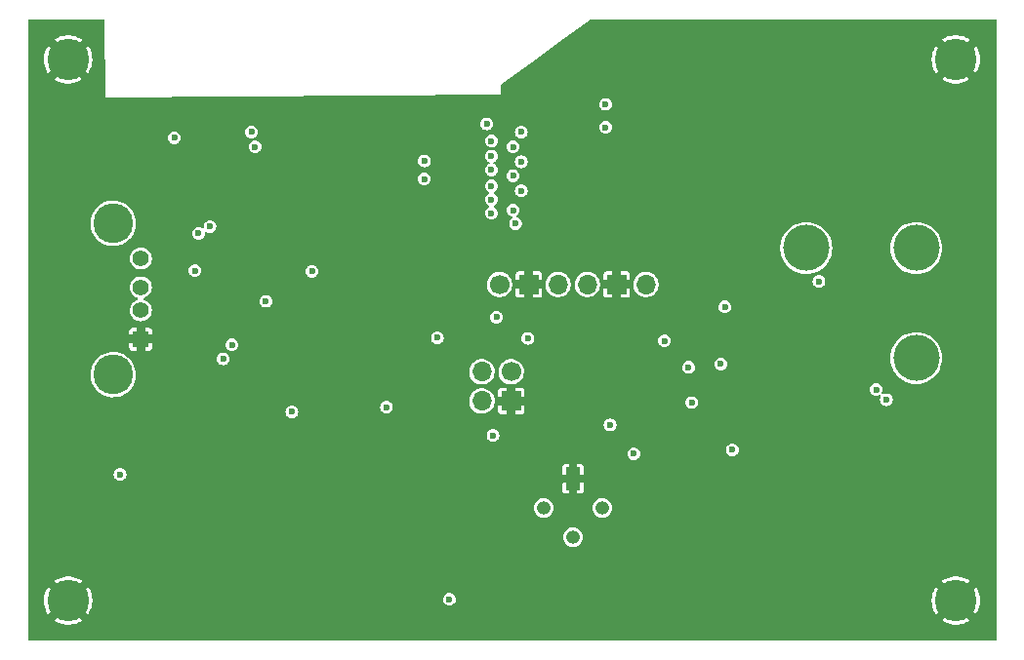
<source format=gbr>
%TF.GenerationSoftware,KiCad,Pcbnew,(6.0.9)*%
%TF.CreationDate,2023-03-27T13:44:46+03:00*%
%TF.ProjectId,GMWPY,474d5750-592e-46b6-9963-61645f706362,rev?*%
%TF.SameCoordinates,Original*%
%TF.FileFunction,Copper,L2,Inr*%
%TF.FilePolarity,Positive*%
%FSLAX46Y46*%
G04 Gerber Fmt 4.6, Leading zero omitted, Abs format (unit mm)*
G04 Created by KiCad (PCBNEW (6.0.9)) date 2023-03-27 13:44:46*
%MOMM*%
%LPD*%
G01*
G04 APERTURE LIST*
G04 Aperture macros list*
%AMOutline4P*
0 Free polygon, 4 corners , with rotation*
0 The origin of the aperture is its center*
0 number of corners: always 4*
0 $1 to $8 corner X, Y*
0 $9 Rotation angle, in degrees counterclockwise*
0 create outline with 4 corners*
4,1,4,$1,$2,$3,$4,$5,$6,$7,$8,$1,$2,$9*%
G04 Aperture macros list end*
%TA.AperFunction,ComponentPad*%
%ADD10C,1.700000*%
%TD*%
%TA.AperFunction,ComponentPad*%
%ADD11R,1.700000X1.700000*%
%TD*%
%TA.AperFunction,ComponentPad*%
%ADD12O,1.700000X1.700000*%
%TD*%
%TA.AperFunction,ComponentPad*%
%ADD13C,3.600000*%
%TD*%
%TA.AperFunction,ComponentPad*%
%ADD14C,1.400000*%
%TD*%
%TA.AperFunction,ComponentPad*%
%ADD15R,1.400000X1.400000*%
%TD*%
%TA.AperFunction,ComponentPad*%
%ADD16C,3.450000*%
%TD*%
%TA.AperFunction,ComponentPad*%
%ADD17C,4.000000*%
%TD*%
%TA.AperFunction,ComponentPad*%
%ADD18Outline4P,-1.000000X-0.600000X1.000000X-0.600000X1.000000X0.600000X-1.000000X0.600000X270.000000*%
%TD*%
%TA.AperFunction,ComponentPad*%
%ADD19O,1.200000X1.200000*%
%TD*%
%TA.AperFunction,ViaPad*%
%ADD20C,0.600000*%
%TD*%
G04 APERTURE END LIST*
D10*
%TO.N,VBUS*%
%TO.C,J3*%
X91400000Y-73550000D03*
D11*
%TO.N,GND*%
X93940000Y-73550000D03*
D12*
%TO.N,GPIO_6*%
X96480000Y-73550000D03*
%TO.N,GPIO_5*%
X99020000Y-73550000D03*
D11*
%TO.N,GND*%
X101560000Y-73550000D03*
D12*
%TO.N,+3V3*%
X104100000Y-73550000D03*
%TD*%
D13*
%TO.N,GND*%
%TO.C,H3*%
X131000000Y-101000000D03*
%TD*%
D14*
%TO.N,VBUS*%
%TO.C,J1*%
X60300000Y-71300000D03*
%TO.N,D-*%
X60300000Y-73800000D03*
%TO.N,D+*%
X60300000Y-75800000D03*
D15*
%TO.N,GND*%
X60300000Y-78300000D03*
D16*
%TO.N,N/C*%
X57900000Y-68230000D03*
X57900000Y-81370000D03*
%TD*%
D13*
%TO.N,GND*%
%TO.C,H2*%
X131000000Y-54000000D03*
%TD*%
%TO.N,GND*%
%TO.C,H4*%
X54000000Y-101000000D03*
%TD*%
%TO.N,GND*%
%TO.C,H1*%
X54000000Y-54000000D03*
%TD*%
D17*
%TO.N,/GAS_Measurements/H2_reference*%
%TO.C,U9*%
X127557971Y-79937971D03*
%TO.N,/GAS_Measurements/H2_sensing*%
X127557971Y-70392029D03*
%TO.N,/GAS_Measurements/H2_counter*%
X118012029Y-70392029D03*
%TD*%
D10*
%TO.N,GPIO_5*%
%TO.C,J2*%
X92425000Y-81125000D03*
D12*
%TO.N,+3V3*%
X89885000Y-81125000D03*
D11*
%TO.N,GND*%
X92425000Y-83665000D03*
D12*
%TO.N,GPIO_6*%
X89885000Y-83665000D03*
%TD*%
D18*
%TO.N,GND*%
%TO.C,U3*%
X97785000Y-90420000D03*
D19*
%TO.N,/GAS_Measurements/CH4_Ref*%
X100325000Y-92960000D03*
%TO.N,+5V*%
X97785000Y-95500000D03*
%TO.N,/GAS_Measurements/CH4_Gas*%
X95245000Y-92960000D03*
%TD*%
D20*
%TO.N,GPIO_44*%
X84875000Y-64400000D03*
%TO.N,GPIO_43*%
X84900000Y-62825000D03*
%TO.N,GND*%
X100927970Y-96330910D03*
X104710000Y-89410000D03*
X123100000Y-96510000D03*
X80050000Y-74400000D03*
X51100000Y-87510000D03*
X120100000Y-66510000D03*
X89800000Y-67300000D03*
X72100000Y-66510000D03*
X124400000Y-84250000D03*
X102100000Y-54510000D03*
X114100000Y-54510000D03*
X84700000Y-59100000D03*
X132100000Y-81510000D03*
X114100000Y-60510000D03*
X78100000Y-81510000D03*
X111100000Y-57510000D03*
X123100000Y-60510000D03*
X51100000Y-60510000D03*
X114100000Y-96510000D03*
X105100000Y-102510000D03*
X84100000Y-69510000D03*
X114100000Y-66510000D03*
X120100000Y-60510000D03*
X114100000Y-69510000D03*
X99810000Y-90710000D03*
X117100000Y-54510000D03*
X129100000Y-57510000D03*
X60950000Y-87600000D03*
X114100000Y-51510000D03*
X90100000Y-102510000D03*
X108100000Y-51510000D03*
X111100000Y-93510000D03*
X85750000Y-98587500D03*
X117100000Y-60510000D03*
X111100000Y-60510000D03*
X69700000Y-58800000D03*
X105100000Y-51510000D03*
X65100000Y-91500000D03*
X108100000Y-54510000D03*
X78100000Y-63510000D03*
X95750000Y-81700000D03*
X65100000Y-92600000D03*
X63000000Y-61650000D03*
X89800000Y-66000000D03*
X126100000Y-102510000D03*
X93700000Y-59400000D03*
X120310000Y-88115000D03*
X52150000Y-93500000D03*
X125585000Y-75665000D03*
X129100000Y-90510000D03*
X54100000Y-72510000D03*
X111100000Y-99510000D03*
X119100000Y-74250000D03*
X114100000Y-57510000D03*
X75100000Y-63510000D03*
X111100000Y-54510000D03*
X117100000Y-63510000D03*
X108810000Y-85910000D03*
X105100000Y-54510000D03*
X129100000Y-87510000D03*
X75300000Y-74150000D03*
X64900000Y-90100000D03*
X81100000Y-66510000D03*
X75100000Y-67450000D03*
X77000000Y-99900000D03*
X102100000Y-81510000D03*
X51100000Y-75510000D03*
X109404894Y-80252635D03*
X92910000Y-88110000D03*
X84100000Y-84510000D03*
X111100000Y-96510000D03*
X108100000Y-99510000D03*
X129100000Y-60510000D03*
X132100000Y-96510000D03*
X98200000Y-68600000D03*
X51100000Y-78510000D03*
X89850000Y-60950000D03*
X120100000Y-99510000D03*
X120760000Y-91265000D03*
X67200000Y-94600000D03*
X123100000Y-51510000D03*
X64550000Y-77150000D03*
X117300000Y-83800000D03*
X89799999Y-63442031D03*
X132100000Y-93510000D03*
X81100000Y-63510000D03*
X87400000Y-59000000D03*
X120100000Y-102510000D03*
X108100000Y-96510000D03*
X51100000Y-57510000D03*
X126100000Y-66510000D03*
X51100000Y-66510000D03*
X62200000Y-88850000D03*
X111100000Y-72510000D03*
X102100000Y-51510000D03*
X99100000Y-102510000D03*
X131285000Y-77365000D03*
X103600000Y-65950000D03*
X122885000Y-77465000D03*
X81100000Y-102510000D03*
X79500000Y-99950000D03*
X112600000Y-87900000D03*
X129100000Y-84510000D03*
X92750000Y-66200000D03*
X93600000Y-58200000D03*
X51100000Y-81510000D03*
X105100000Y-82600000D03*
X114100000Y-93510000D03*
X117100000Y-51510000D03*
X74400000Y-70750000D03*
X99850000Y-63200000D03*
X132100000Y-63510000D03*
X51100000Y-63510000D03*
X79650000Y-85050000D03*
X99650000Y-80350000D03*
X111100000Y-63510000D03*
X78450000Y-58900000D03*
X60100000Y-84510000D03*
X99100000Y-75510000D03*
X102100000Y-69510000D03*
X57100000Y-78510000D03*
X117100000Y-57510000D03*
X93100000Y-99510000D03*
X126100000Y-63510000D03*
X123100000Y-63510000D03*
X63100000Y-63510000D03*
X117100000Y-66510000D03*
X132100000Y-60510000D03*
X63100000Y-81510000D03*
X126100000Y-99510000D03*
X114100000Y-102510000D03*
X65950000Y-94600000D03*
X64750000Y-68450000D03*
X117100000Y-93510000D03*
X99710000Y-88210000D03*
X86100000Y-58100000D03*
X120100000Y-54510000D03*
X120100000Y-63510000D03*
X84100000Y-102510000D03*
X108100000Y-90510000D03*
X129100000Y-63510000D03*
X66100000Y-81510000D03*
X123100000Y-66510000D03*
X115485000Y-79365000D03*
X89850000Y-64750000D03*
X88050000Y-98087500D03*
X108100000Y-72510000D03*
X123100000Y-99510000D03*
X107500000Y-78039500D03*
X126100000Y-96510000D03*
X81300000Y-58700000D03*
X132100000Y-84510000D03*
X107700000Y-79800000D03*
X84100000Y-66510000D03*
X102800000Y-59800000D03*
X132100000Y-66510000D03*
X91850000Y-75200000D03*
X106100000Y-60700000D03*
X51100000Y-72510000D03*
X123400000Y-83250000D03*
X96100000Y-102510000D03*
X111100000Y-90510000D03*
X57100000Y-84510000D03*
X132100000Y-87510000D03*
X129100000Y-66510000D03*
X57100000Y-75510000D03*
X72300000Y-58850000D03*
X51100000Y-90510000D03*
X87100000Y-102510000D03*
X90100000Y-69510000D03*
X63100000Y-66510000D03*
X78100000Y-102510000D03*
X71650000Y-70700000D03*
X98400000Y-61900000D03*
X120100000Y-57510000D03*
X51100000Y-69510000D03*
X101210000Y-99210000D03*
X117100000Y-99510000D03*
X108100000Y-102510000D03*
X72100000Y-90510000D03*
X67500000Y-58200000D03*
X108100000Y-60510000D03*
X92310000Y-94910000D03*
X123100000Y-54510000D03*
X126100000Y-54510000D03*
X84100000Y-93510000D03*
X102600000Y-57900000D03*
X93100000Y-102510000D03*
X129100000Y-93510000D03*
X87100000Y-84510000D03*
X117100000Y-102510000D03*
X96100000Y-99510000D03*
X72100000Y-81510000D03*
X123100000Y-57510000D03*
X62000000Y-87950000D03*
X76450000Y-66050000D03*
X120100000Y-51510000D03*
X126100000Y-57510000D03*
X126100000Y-93510000D03*
X108100000Y-69510000D03*
X67150000Y-68000000D03*
X108100000Y-63510000D03*
X111100000Y-102510000D03*
X132100000Y-72510000D03*
X66450000Y-84500000D03*
X96100000Y-69510000D03*
X63100000Y-84510000D03*
X96100000Y-84510000D03*
X113485000Y-83665000D03*
X111100000Y-69510000D03*
X72100000Y-87510000D03*
X89800000Y-62196150D03*
X75050000Y-66050000D03*
X51100000Y-84510000D03*
X75100000Y-78510000D03*
X104725000Y-76775000D03*
X95800000Y-65000000D03*
X110185000Y-82365000D03*
X108100000Y-66510000D03*
X102100000Y-78510000D03*
X116960000Y-86065000D03*
X89350000Y-59400000D03*
X70300000Y-93700000D03*
X97250000Y-60800000D03*
X114100000Y-63510000D03*
X132100000Y-90510000D03*
X132100000Y-69510000D03*
X107685000Y-76265000D03*
X126100000Y-51510000D03*
X76750000Y-79400000D03*
X120685000Y-75565000D03*
X123100000Y-102510000D03*
X102100000Y-102510000D03*
X96100000Y-54510000D03*
X108100000Y-57510000D03*
X84100000Y-87510000D03*
X99100000Y-54510000D03*
X104100000Y-68500000D03*
X93650000Y-77200000D03*
X126100000Y-60510000D03*
X103310000Y-97910000D03*
X84100000Y-60510000D03*
X68500000Y-57800000D03*
X63100000Y-78510000D03*
X75500000Y-58850000D03*
X66100000Y-78510000D03*
X72200000Y-73800000D03*
X76450000Y-67450000D03*
X129100000Y-96510000D03*
X54100000Y-69510000D03*
X75100000Y-81510000D03*
X77000000Y-93900000D03*
X111100000Y-51510000D03*
%TO.N,+5V*%
X124075000Y-82675000D03*
X124963556Y-83563556D03*
%TO.N,Net-(C1-Pad1)*%
X87050000Y-100900000D03*
X58500000Y-90050000D03*
%TO.N,+3V3*%
X100600000Y-59900000D03*
X100595000Y-57895000D03*
X63200000Y-60800000D03*
X69900000Y-60300000D03*
X68200000Y-78800000D03*
%TO.N,VBUS*%
X65000000Y-72350000D03*
X75150000Y-72400000D03*
%TO.N,/MCU/DATA_2*%
X93300000Y-60300000D03*
X90300000Y-59600000D03*
%TO.N,/MCU/DATA_3*%
X92600000Y-61600000D03*
X90710500Y-61091962D03*
%TO.N,/MCU/CMD*%
X90700000Y-62400000D03*
X93300000Y-62900000D03*
%TO.N,/MCU/CLK*%
X90710500Y-63591962D03*
X92600000Y-64100000D03*
%TO.N,/MCU/DATA_0*%
X90700000Y-65000000D03*
X93300000Y-65400000D03*
%TO.N,/MCU/DATA_1*%
X90710500Y-66173977D03*
X92600000Y-67100000D03*
%TO.N,/GAS_Measurements/H2_sensing*%
X119112132Y-73287868D03*
%TO.N,GPIO_40*%
X92800000Y-68250000D03*
X90710500Y-67350000D03*
%TO.N,+3.3VA*%
X111600000Y-87900000D03*
X90850000Y-86650000D03*
X110950000Y-75500000D03*
X110600000Y-80450000D03*
X103050000Y-88250000D03*
X105725000Y-78450498D03*
%TO.N,/MCU/ESP_EN*%
X70200000Y-61600000D03*
X73400000Y-84600000D03*
%TO.N,GPIO_8*%
X71150000Y-75000000D03*
X67450000Y-80000000D03*
%TO.N,/MCU/ESP_BOOT*%
X81600000Y-84200000D03*
X86025000Y-78175000D03*
%TO.N,GPIO_5*%
X65300000Y-69100000D03*
X101000000Y-85750000D03*
X93875000Y-78225000D03*
X108100000Y-83800000D03*
%TO.N,GPIO_6*%
X66300000Y-68503850D03*
X107800000Y-80750000D03*
X91150000Y-76400000D03*
%TD*%
%TA.AperFunction,Conductor*%
%TO.N,GND*%
G36*
X57092905Y-50519407D02*
G01*
X57128869Y-50568907D01*
X57133704Y-50598077D01*
X57229966Y-57304356D01*
X91500000Y-57050000D01*
X91500000Y-56300228D01*
X91518907Y-56242037D01*
X91540533Y-56220338D01*
X92212976Y-55728244D01*
X129807727Y-55728244D01*
X129813878Y-55734968D01*
X130002464Y-55853267D01*
X130008400Y-55856451D01*
X130263219Y-55971505D01*
X130269517Y-55973848D01*
X130537602Y-56053258D01*
X130544155Y-56054723D01*
X130820532Y-56097015D01*
X130827238Y-56097578D01*
X131106798Y-56101969D01*
X131113503Y-56101618D01*
X131391076Y-56068028D01*
X131397675Y-56066769D01*
X131668125Y-55995818D01*
X131674492Y-55993675D01*
X131932807Y-55886678D01*
X131938824Y-55883691D01*
X132180223Y-55742628D01*
X132185782Y-55738851D01*
X132186187Y-55738533D01*
X132193627Y-55727463D01*
X132193551Y-55725388D01*
X132190893Y-55721224D01*
X131011086Y-54541416D01*
X130999203Y-54535362D01*
X130994172Y-54536158D01*
X129813586Y-55716745D01*
X129807727Y-55728244D01*
X92212976Y-55728244D01*
X94600124Y-53981327D01*
X128895402Y-53981327D01*
X128911497Y-54260455D01*
X128912339Y-54267118D01*
X128966166Y-54541477D01*
X128967911Y-54547988D01*
X129058472Y-54812495D01*
X129061077Y-54818693D01*
X129186700Y-55068467D01*
X129190131Y-55074268D01*
X129264863Y-55183004D01*
X129275444Y-55191123D01*
X129275841Y-55191133D01*
X129282493Y-55187176D01*
X130458584Y-54011086D01*
X130463826Y-54000797D01*
X131535362Y-54000797D01*
X131536158Y-54005828D01*
X132715736Y-55185405D01*
X132727619Y-55191459D01*
X132728840Y-55191266D01*
X132733682Y-55187152D01*
X132775235Y-55130584D01*
X132778842Y-55124901D01*
X132912246Y-54879198D01*
X132915049Y-54873076D01*
X133013879Y-54611535D01*
X133015821Y-54605101D01*
X133078239Y-54332570D01*
X133079292Y-54325920D01*
X133104273Y-54046013D01*
X133104465Y-54042151D01*
X133104887Y-54001937D01*
X133104775Y-53998066D01*
X133085661Y-53717696D01*
X133084747Y-53711025D01*
X133028051Y-53437248D01*
X133026242Y-53430771D01*
X132932913Y-53167218D01*
X132930243Y-53161047D01*
X132802013Y-52912605D01*
X132798521Y-52906839D01*
X132735297Y-52816881D01*
X132724630Y-52808872D01*
X132723951Y-52808861D01*
X132717717Y-52812614D01*
X131541416Y-53988914D01*
X131535362Y-54000797D01*
X130463826Y-54000797D01*
X130464638Y-53999203D01*
X130463842Y-53994172D01*
X129284617Y-52814948D01*
X129272734Y-52808894D01*
X129271789Y-52809043D01*
X129266616Y-52813485D01*
X129213028Y-52888062D01*
X129209476Y-52893790D01*
X129078651Y-53140875D01*
X129075911Y-53147029D01*
X128979829Y-53409587D01*
X128977955Y-53416035D01*
X128918390Y-53689224D01*
X128917410Y-53695863D01*
X128895473Y-53974594D01*
X128895402Y-53981327D01*
X94600124Y-53981327D01*
X96936204Y-52271782D01*
X129805889Y-52271782D01*
X129810563Y-52280232D01*
X130988914Y-53458584D01*
X131000797Y-53464638D01*
X131005828Y-53463842D01*
X132187230Y-52282439D01*
X132193012Y-52271091D01*
X132186640Y-52264198D01*
X131978070Y-52136386D01*
X131972113Y-52133271D01*
X131716095Y-52020886D01*
X131709768Y-52018609D01*
X131440887Y-51942016D01*
X131434288Y-51940614D01*
X131157504Y-51901222D01*
X131150788Y-51900728D01*
X130871192Y-51899265D01*
X130864498Y-51899686D01*
X130587295Y-51936180D01*
X130580696Y-51937510D01*
X130311017Y-52011287D01*
X130304663Y-52013500D01*
X130047501Y-52123188D01*
X130041493Y-52126249D01*
X129814150Y-52262311D01*
X129805889Y-52271782D01*
X96936204Y-52271782D01*
X99330536Y-50519608D01*
X99389001Y-50500500D01*
X134400500Y-50500500D01*
X134458691Y-50519407D01*
X134494655Y-50568907D01*
X134499500Y-50599500D01*
X134499500Y-104400500D01*
X134480593Y-104458691D01*
X134431093Y-104494655D01*
X134400500Y-104499500D01*
X50599500Y-104499500D01*
X50541309Y-104480593D01*
X50505345Y-104431093D01*
X50500500Y-104400500D01*
X50500500Y-102728244D01*
X52807727Y-102728244D01*
X52813878Y-102734968D01*
X53002464Y-102853267D01*
X53008400Y-102856451D01*
X53263219Y-102971505D01*
X53269517Y-102973848D01*
X53537602Y-103053258D01*
X53544155Y-103054723D01*
X53820532Y-103097015D01*
X53827238Y-103097578D01*
X54106798Y-103101969D01*
X54113503Y-103101618D01*
X54391076Y-103068028D01*
X54397675Y-103066769D01*
X54668125Y-102995818D01*
X54674492Y-102993675D01*
X54932807Y-102886678D01*
X54938824Y-102883691D01*
X55180223Y-102742628D01*
X55185782Y-102738851D01*
X55186187Y-102738533D01*
X55193102Y-102728244D01*
X129807727Y-102728244D01*
X129813878Y-102734968D01*
X130002464Y-102853267D01*
X130008400Y-102856451D01*
X130263219Y-102971505D01*
X130269517Y-102973848D01*
X130537602Y-103053258D01*
X130544155Y-103054723D01*
X130820532Y-103097015D01*
X130827238Y-103097578D01*
X131106798Y-103101969D01*
X131113503Y-103101618D01*
X131391076Y-103068028D01*
X131397675Y-103066769D01*
X131668125Y-102995818D01*
X131674492Y-102993675D01*
X131932807Y-102886678D01*
X131938824Y-102883691D01*
X132180223Y-102742628D01*
X132185782Y-102738851D01*
X132186187Y-102738533D01*
X132193627Y-102727463D01*
X132193551Y-102725388D01*
X132190893Y-102721224D01*
X131011086Y-101541416D01*
X130999203Y-101535362D01*
X130994172Y-101536158D01*
X129813586Y-102716745D01*
X129807727Y-102728244D01*
X55193102Y-102728244D01*
X55193627Y-102727463D01*
X55193551Y-102725388D01*
X55190893Y-102721224D01*
X54011086Y-101541416D01*
X53999203Y-101535362D01*
X53994172Y-101536158D01*
X52813586Y-102716745D01*
X52807727Y-102728244D01*
X50500500Y-102728244D01*
X50500500Y-100981327D01*
X51895402Y-100981327D01*
X51911497Y-101260455D01*
X51912339Y-101267118D01*
X51966166Y-101541477D01*
X51967911Y-101547988D01*
X52058472Y-101812495D01*
X52061077Y-101818693D01*
X52186700Y-102068467D01*
X52190131Y-102074268D01*
X52264863Y-102183004D01*
X52275444Y-102191123D01*
X52275841Y-102191133D01*
X52282493Y-102187176D01*
X53458584Y-101011086D01*
X53463826Y-101000797D01*
X54535362Y-101000797D01*
X54536158Y-101005828D01*
X55715736Y-102185405D01*
X55727619Y-102191459D01*
X55728840Y-102191266D01*
X55733682Y-102187152D01*
X55775235Y-102130584D01*
X55778842Y-102124901D01*
X55912246Y-101879198D01*
X55915049Y-101873076D01*
X56013879Y-101611535D01*
X56015821Y-101605101D01*
X56078239Y-101332570D01*
X56079292Y-101325920D01*
X56104273Y-101046013D01*
X56104465Y-101042151D01*
X56104887Y-101001937D01*
X56104775Y-100998066D01*
X56098089Y-100900000D01*
X86494750Y-100900000D01*
X86495597Y-100906433D01*
X86508171Y-101001937D01*
X86513670Y-101043709D01*
X86569139Y-101177625D01*
X86657379Y-101292621D01*
X86772375Y-101380861D01*
X86906291Y-101436330D01*
X86912720Y-101437176D01*
X86912722Y-101437177D01*
X87043567Y-101454403D01*
X87050000Y-101455250D01*
X87056433Y-101454403D01*
X87187278Y-101437177D01*
X87187280Y-101437176D01*
X87193709Y-101436330D01*
X87327625Y-101380861D01*
X87442621Y-101292621D01*
X87530861Y-101177625D01*
X87586330Y-101043709D01*
X87591830Y-101001937D01*
X87594543Y-100981327D01*
X128895402Y-100981327D01*
X128911497Y-101260455D01*
X128912339Y-101267118D01*
X128966166Y-101541477D01*
X128967911Y-101547988D01*
X129058472Y-101812495D01*
X129061077Y-101818693D01*
X129186700Y-102068467D01*
X129190131Y-102074268D01*
X129264863Y-102183004D01*
X129275444Y-102191123D01*
X129275841Y-102191133D01*
X129282493Y-102187176D01*
X130458584Y-101011086D01*
X130463826Y-101000797D01*
X131535362Y-101000797D01*
X131536158Y-101005828D01*
X132715736Y-102185405D01*
X132727619Y-102191459D01*
X132728840Y-102191266D01*
X132733682Y-102187152D01*
X132775235Y-102130584D01*
X132778842Y-102124901D01*
X132912246Y-101879198D01*
X132915049Y-101873076D01*
X133013879Y-101611535D01*
X133015821Y-101605101D01*
X133078239Y-101332570D01*
X133079292Y-101325920D01*
X133104273Y-101046013D01*
X133104465Y-101042151D01*
X133104887Y-101001937D01*
X133104775Y-100998066D01*
X133085661Y-100717696D01*
X133084747Y-100711025D01*
X133028051Y-100437248D01*
X133026242Y-100430771D01*
X132932913Y-100167218D01*
X132930243Y-100161047D01*
X132802013Y-99912605D01*
X132798521Y-99906839D01*
X132735297Y-99816881D01*
X132724630Y-99808872D01*
X132723951Y-99808861D01*
X132717717Y-99812614D01*
X131541416Y-100988914D01*
X131535362Y-101000797D01*
X130463826Y-101000797D01*
X130464638Y-100999203D01*
X130463842Y-100994172D01*
X129284617Y-99814948D01*
X129272734Y-99808894D01*
X129271789Y-99809043D01*
X129266616Y-99813485D01*
X129213028Y-99888062D01*
X129209476Y-99893790D01*
X129078651Y-100140875D01*
X129075911Y-100147029D01*
X128979829Y-100409587D01*
X128977955Y-100416035D01*
X128918390Y-100689224D01*
X128917410Y-100695863D01*
X128895473Y-100974594D01*
X128895402Y-100981327D01*
X87594543Y-100981327D01*
X87604403Y-100906433D01*
X87605250Y-100900000D01*
X87586330Y-100756291D01*
X87530861Y-100622375D01*
X87442621Y-100507379D01*
X87327625Y-100419139D01*
X87193709Y-100363670D01*
X87187280Y-100362824D01*
X87187278Y-100362823D01*
X87056433Y-100345597D01*
X87050000Y-100344750D01*
X87043567Y-100345597D01*
X86912722Y-100362823D01*
X86912720Y-100362824D01*
X86906291Y-100363670D01*
X86772375Y-100419139D01*
X86657379Y-100507379D01*
X86569139Y-100622375D01*
X86513670Y-100756291D01*
X86494750Y-100900000D01*
X56098089Y-100900000D01*
X56085661Y-100717696D01*
X56084747Y-100711025D01*
X56028051Y-100437248D01*
X56026242Y-100430771D01*
X55932913Y-100167218D01*
X55930243Y-100161047D01*
X55802013Y-99912605D01*
X55798521Y-99906839D01*
X55735297Y-99816881D01*
X55724630Y-99808872D01*
X55723951Y-99808861D01*
X55717717Y-99812614D01*
X54541416Y-100988914D01*
X54535362Y-101000797D01*
X53463826Y-101000797D01*
X53464638Y-100999203D01*
X53463842Y-100994172D01*
X52284617Y-99814948D01*
X52272734Y-99808894D01*
X52271789Y-99809043D01*
X52266616Y-99813485D01*
X52213028Y-99888062D01*
X52209476Y-99893790D01*
X52078651Y-100140875D01*
X52075911Y-100147029D01*
X51979829Y-100409587D01*
X51977955Y-100416035D01*
X51918390Y-100689224D01*
X51917410Y-100695863D01*
X51895473Y-100974594D01*
X51895402Y-100981327D01*
X50500500Y-100981327D01*
X50500500Y-99271782D01*
X52805889Y-99271782D01*
X52810563Y-99280232D01*
X53988914Y-100458584D01*
X54000797Y-100464638D01*
X54005828Y-100463842D01*
X55187230Y-99282439D01*
X55192660Y-99271782D01*
X129805889Y-99271782D01*
X129810563Y-99280232D01*
X130988914Y-100458584D01*
X131000797Y-100464638D01*
X131005828Y-100463842D01*
X132187230Y-99282439D01*
X132193012Y-99271091D01*
X132186640Y-99264198D01*
X131978070Y-99136386D01*
X131972113Y-99133271D01*
X131716095Y-99020886D01*
X131709768Y-99018609D01*
X131440887Y-98942016D01*
X131434288Y-98940614D01*
X131157504Y-98901222D01*
X131150788Y-98900728D01*
X130871192Y-98899265D01*
X130864498Y-98899686D01*
X130587295Y-98936180D01*
X130580696Y-98937510D01*
X130311017Y-99011287D01*
X130304663Y-99013500D01*
X130047501Y-99123188D01*
X130041493Y-99126249D01*
X129814150Y-99262311D01*
X129805889Y-99271782D01*
X55192660Y-99271782D01*
X55193012Y-99271091D01*
X55186640Y-99264198D01*
X54978070Y-99136386D01*
X54972113Y-99133271D01*
X54716095Y-99020886D01*
X54709768Y-99018609D01*
X54440887Y-98942016D01*
X54434288Y-98940614D01*
X54157504Y-98901222D01*
X54150788Y-98900728D01*
X53871192Y-98899265D01*
X53864498Y-98899686D01*
X53587295Y-98936180D01*
X53580696Y-98937510D01*
X53311017Y-99011287D01*
X53304663Y-99013500D01*
X53047501Y-99123188D01*
X53041493Y-99126249D01*
X52814150Y-99262311D01*
X52805889Y-99271782D01*
X50500500Y-99271782D01*
X50500500Y-95500000D01*
X96929815Y-95500000D01*
X96948503Y-95677803D01*
X96950104Y-95682730D01*
X96950105Y-95682735D01*
X97002148Y-95842905D01*
X97003750Y-95847835D01*
X97093141Y-96002665D01*
X97212770Y-96135526D01*
X97357407Y-96240612D01*
X97439070Y-96276970D01*
X97515995Y-96311220D01*
X97515999Y-96311221D01*
X97520733Y-96313329D01*
X97525803Y-96314407D01*
X97525804Y-96314407D01*
X97559728Y-96321618D01*
X97695609Y-96350500D01*
X97874391Y-96350500D01*
X98010272Y-96321618D01*
X98044196Y-96314407D01*
X98044197Y-96314407D01*
X98049267Y-96313329D01*
X98054001Y-96311221D01*
X98054005Y-96311220D01*
X98130930Y-96276970D01*
X98212593Y-96240612D01*
X98357230Y-96135526D01*
X98476859Y-96002665D01*
X98566250Y-95847835D01*
X98567852Y-95842905D01*
X98619895Y-95682735D01*
X98619896Y-95682730D01*
X98621497Y-95677803D01*
X98640185Y-95500000D01*
X98621497Y-95322197D01*
X98619896Y-95317270D01*
X98619895Y-95317265D01*
X98567852Y-95157095D01*
X98567851Y-95157094D01*
X98566250Y-95152165D01*
X98476859Y-94997335D01*
X98357230Y-94864474D01*
X98212593Y-94759388D01*
X98130930Y-94723030D01*
X98054005Y-94688780D01*
X98054001Y-94688779D01*
X98049267Y-94686671D01*
X98044197Y-94685593D01*
X98044196Y-94685593D01*
X98010272Y-94678382D01*
X97874391Y-94649500D01*
X97695609Y-94649500D01*
X97559728Y-94678382D01*
X97525804Y-94685593D01*
X97525803Y-94685593D01*
X97520733Y-94686671D01*
X97515999Y-94688779D01*
X97515995Y-94688780D01*
X97362142Y-94757280D01*
X97362140Y-94757281D01*
X97357408Y-94759388D01*
X97212770Y-94864474D01*
X97209304Y-94868324D01*
X97209300Y-94868327D01*
X97101036Y-94988567D01*
X97093141Y-94997335D01*
X97003750Y-95152165D01*
X97002149Y-95157094D01*
X97002148Y-95157095D01*
X96950105Y-95317265D01*
X96950104Y-95317270D01*
X96948503Y-95322197D01*
X96929815Y-95500000D01*
X50500500Y-95500000D01*
X50500500Y-92960000D01*
X94389815Y-92960000D01*
X94408503Y-93137803D01*
X94410104Y-93142730D01*
X94410105Y-93142735D01*
X94462148Y-93302905D01*
X94463750Y-93307835D01*
X94553141Y-93462665D01*
X94672770Y-93595526D01*
X94817407Y-93700612D01*
X94899070Y-93736971D01*
X94975995Y-93771220D01*
X94975999Y-93771221D01*
X94980733Y-93773329D01*
X94985803Y-93774407D01*
X94985804Y-93774407D01*
X95019728Y-93781618D01*
X95155609Y-93810500D01*
X95334391Y-93810500D01*
X95470272Y-93781618D01*
X95504196Y-93774407D01*
X95504197Y-93774407D01*
X95509267Y-93773329D01*
X95514001Y-93771221D01*
X95514005Y-93771220D01*
X95590930Y-93736971D01*
X95672593Y-93700612D01*
X95817230Y-93595526D01*
X95936859Y-93462665D01*
X96026250Y-93307835D01*
X96027852Y-93302905D01*
X96079895Y-93142735D01*
X96079896Y-93142730D01*
X96081497Y-93137803D01*
X96100185Y-92960000D01*
X99469815Y-92960000D01*
X99488503Y-93137803D01*
X99490104Y-93142730D01*
X99490105Y-93142735D01*
X99542148Y-93302905D01*
X99543750Y-93307835D01*
X99633141Y-93462665D01*
X99752770Y-93595526D01*
X99897407Y-93700612D01*
X99979070Y-93736971D01*
X100055995Y-93771220D01*
X100055999Y-93771221D01*
X100060733Y-93773329D01*
X100065803Y-93774407D01*
X100065804Y-93774407D01*
X100099728Y-93781618D01*
X100235609Y-93810500D01*
X100414391Y-93810500D01*
X100550272Y-93781618D01*
X100584196Y-93774407D01*
X100584197Y-93774407D01*
X100589267Y-93773329D01*
X100594001Y-93771221D01*
X100594005Y-93771220D01*
X100670930Y-93736971D01*
X100752593Y-93700612D01*
X100897230Y-93595526D01*
X101016859Y-93462665D01*
X101106250Y-93307835D01*
X101107852Y-93302905D01*
X101159895Y-93142735D01*
X101159896Y-93142730D01*
X101161497Y-93137803D01*
X101180185Y-92960000D01*
X101161497Y-92782197D01*
X101159896Y-92777270D01*
X101159895Y-92777265D01*
X101107852Y-92617095D01*
X101107851Y-92617094D01*
X101106250Y-92612165D01*
X101016859Y-92457335D01*
X100897230Y-92324474D01*
X100752593Y-92219388D01*
X100670930Y-92183030D01*
X100594005Y-92148780D01*
X100594001Y-92148779D01*
X100589267Y-92146671D01*
X100584197Y-92145593D01*
X100584196Y-92145593D01*
X100550272Y-92138382D01*
X100414391Y-92109500D01*
X100235609Y-92109500D01*
X100099728Y-92138382D01*
X100065804Y-92145593D01*
X100065803Y-92145593D01*
X100060733Y-92146671D01*
X100055999Y-92148779D01*
X100055995Y-92148780D01*
X99902142Y-92217280D01*
X99902140Y-92217281D01*
X99897408Y-92219388D01*
X99752770Y-92324474D01*
X99749304Y-92328324D01*
X99749300Y-92328327D01*
X99641036Y-92448567D01*
X99633141Y-92457335D01*
X99543750Y-92612165D01*
X99542149Y-92617094D01*
X99542148Y-92617095D01*
X99490105Y-92777265D01*
X99490104Y-92777270D01*
X99488503Y-92782197D01*
X99469815Y-92960000D01*
X96100185Y-92960000D01*
X96081497Y-92782197D01*
X96079896Y-92777270D01*
X96079895Y-92777265D01*
X96027852Y-92617095D01*
X96027851Y-92617094D01*
X96026250Y-92612165D01*
X95936859Y-92457335D01*
X95817230Y-92324474D01*
X95672593Y-92219388D01*
X95590930Y-92183030D01*
X95514005Y-92148780D01*
X95514001Y-92148779D01*
X95509267Y-92146671D01*
X95504197Y-92145593D01*
X95504196Y-92145593D01*
X95470272Y-92138382D01*
X95334391Y-92109500D01*
X95155609Y-92109500D01*
X95019728Y-92138382D01*
X94985804Y-92145593D01*
X94985803Y-92145593D01*
X94980733Y-92146671D01*
X94975999Y-92148779D01*
X94975995Y-92148780D01*
X94822142Y-92217280D01*
X94822140Y-92217281D01*
X94817408Y-92219388D01*
X94672770Y-92324474D01*
X94669304Y-92328324D01*
X94669300Y-92328327D01*
X94561036Y-92448567D01*
X94553141Y-92457335D01*
X94463750Y-92612165D01*
X94462149Y-92617094D01*
X94462148Y-92617095D01*
X94410105Y-92777265D01*
X94410104Y-92777270D01*
X94408503Y-92782197D01*
X94389815Y-92960000D01*
X50500500Y-92960000D01*
X50500500Y-91461639D01*
X96885000Y-91461639D01*
X96885346Y-91467485D01*
X96887234Y-91483353D01*
X96891128Y-91497519D01*
X96929770Y-91584514D01*
X96939946Y-91599321D01*
X97006108Y-91665367D01*
X97020931Y-91675517D01*
X97107980Y-91714000D01*
X97122185Y-91717873D01*
X97137580Y-91719668D01*
X97143292Y-91720000D01*
X97394320Y-91720000D01*
X97407005Y-91715878D01*
X97410000Y-91711757D01*
X97410000Y-91704320D01*
X98160000Y-91704320D01*
X98164122Y-91717005D01*
X98168243Y-91720000D01*
X98426639Y-91720000D01*
X98432485Y-91719654D01*
X98448353Y-91717766D01*
X98462519Y-91713872D01*
X98549514Y-91675230D01*
X98564321Y-91665054D01*
X98630367Y-91598892D01*
X98640517Y-91584069D01*
X98679000Y-91497020D01*
X98682873Y-91482815D01*
X98684668Y-91467420D01*
X98685000Y-91461708D01*
X98685000Y-90810680D01*
X98680878Y-90797995D01*
X98676757Y-90795000D01*
X98175680Y-90795000D01*
X98162995Y-90799122D01*
X98160000Y-90803243D01*
X98160000Y-91704320D01*
X97410000Y-91704320D01*
X97410000Y-90810680D01*
X97405878Y-90797995D01*
X97401757Y-90795000D01*
X96900680Y-90795000D01*
X96887995Y-90799122D01*
X96885000Y-90803243D01*
X96885000Y-91461639D01*
X50500500Y-91461639D01*
X50500500Y-90050000D01*
X57944750Y-90050000D01*
X57963670Y-90193709D01*
X58019139Y-90327625D01*
X58107379Y-90442621D01*
X58222375Y-90530861D01*
X58356291Y-90586330D01*
X58362720Y-90587176D01*
X58362722Y-90587177D01*
X58493567Y-90604403D01*
X58500000Y-90605250D01*
X58506433Y-90604403D01*
X58637278Y-90587177D01*
X58637280Y-90587176D01*
X58643709Y-90586330D01*
X58777625Y-90530861D01*
X58892621Y-90442621D01*
X58980861Y-90327625D01*
X59036330Y-90193709D01*
X59055250Y-90050000D01*
X59052527Y-90029320D01*
X96885000Y-90029320D01*
X96889122Y-90042005D01*
X96893243Y-90045000D01*
X97394320Y-90045000D01*
X97407005Y-90040878D01*
X97410000Y-90036757D01*
X97410000Y-90029320D01*
X98160000Y-90029320D01*
X98164122Y-90042005D01*
X98168243Y-90045000D01*
X98669320Y-90045000D01*
X98682005Y-90040878D01*
X98685000Y-90036757D01*
X98685000Y-89378361D01*
X98684654Y-89372515D01*
X98682766Y-89356647D01*
X98678872Y-89342481D01*
X98640230Y-89255486D01*
X98630054Y-89240679D01*
X98563892Y-89174633D01*
X98549069Y-89164483D01*
X98462020Y-89126000D01*
X98447815Y-89122127D01*
X98432420Y-89120332D01*
X98426708Y-89120000D01*
X98175680Y-89120000D01*
X98162995Y-89124122D01*
X98160000Y-89128243D01*
X98160000Y-90029320D01*
X97410000Y-90029320D01*
X97410000Y-89135680D01*
X97405878Y-89122995D01*
X97401757Y-89120000D01*
X97143361Y-89120000D01*
X97137515Y-89120346D01*
X97121647Y-89122234D01*
X97107481Y-89126128D01*
X97020486Y-89164770D01*
X97005679Y-89174946D01*
X96939633Y-89241108D01*
X96929483Y-89255931D01*
X96891000Y-89342980D01*
X96887127Y-89357185D01*
X96885332Y-89372580D01*
X96885000Y-89378292D01*
X96885000Y-90029320D01*
X59052527Y-90029320D01*
X59036330Y-89906291D01*
X58980861Y-89772375D01*
X58892621Y-89657379D01*
X58777625Y-89569139D01*
X58643709Y-89513670D01*
X58637280Y-89512824D01*
X58637278Y-89512823D01*
X58506433Y-89495597D01*
X58500000Y-89494750D01*
X58493567Y-89495597D01*
X58362722Y-89512823D01*
X58362720Y-89512824D01*
X58356291Y-89513670D01*
X58222375Y-89569139D01*
X58107379Y-89657379D01*
X58019139Y-89772375D01*
X57963670Y-89906291D01*
X57944750Y-90050000D01*
X50500500Y-90050000D01*
X50500500Y-88250000D01*
X102494750Y-88250000D01*
X102495597Y-88256433D01*
X102512306Y-88383345D01*
X102513670Y-88393709D01*
X102569139Y-88527625D01*
X102657379Y-88642621D01*
X102772375Y-88730861D01*
X102906291Y-88786330D01*
X102912720Y-88787176D01*
X102912722Y-88787177D01*
X103043567Y-88804403D01*
X103050000Y-88805250D01*
X103056433Y-88804403D01*
X103187278Y-88787177D01*
X103187280Y-88787176D01*
X103193709Y-88786330D01*
X103327625Y-88730861D01*
X103442621Y-88642621D01*
X103530861Y-88527625D01*
X103586330Y-88393709D01*
X103587695Y-88383345D01*
X103604403Y-88256433D01*
X103605250Y-88250000D01*
X103596399Y-88182774D01*
X103587177Y-88112722D01*
X103587176Y-88112720D01*
X103586330Y-88106291D01*
X103530861Y-87972375D01*
X103475325Y-87900000D01*
X111044750Y-87900000D01*
X111045597Y-87906433D01*
X111054279Y-87972375D01*
X111063670Y-88043709D01*
X111119139Y-88177625D01*
X111207379Y-88292621D01*
X111322375Y-88380861D01*
X111456291Y-88436330D01*
X111462720Y-88437176D01*
X111462722Y-88437177D01*
X111593567Y-88454403D01*
X111600000Y-88455250D01*
X111606433Y-88454403D01*
X111737278Y-88437177D01*
X111737280Y-88437176D01*
X111743709Y-88436330D01*
X111877625Y-88380861D01*
X111992621Y-88292621D01*
X112080861Y-88177625D01*
X112136330Y-88043709D01*
X112145722Y-87972375D01*
X112154403Y-87906433D01*
X112155250Y-87900000D01*
X112138022Y-87769139D01*
X112137177Y-87762722D01*
X112137176Y-87762720D01*
X112136330Y-87756291D01*
X112080861Y-87622375D01*
X111992621Y-87507379D01*
X111877625Y-87419139D01*
X111743709Y-87363670D01*
X111737280Y-87362824D01*
X111737278Y-87362823D01*
X111606433Y-87345597D01*
X111600000Y-87344750D01*
X111593567Y-87345597D01*
X111462722Y-87362823D01*
X111462720Y-87362824D01*
X111456291Y-87363670D01*
X111322375Y-87419139D01*
X111207379Y-87507379D01*
X111119139Y-87622375D01*
X111063670Y-87756291D01*
X111062824Y-87762720D01*
X111062823Y-87762722D01*
X111061978Y-87769139D01*
X111044750Y-87900000D01*
X103475325Y-87900000D01*
X103442621Y-87857379D01*
X103327625Y-87769139D01*
X103193709Y-87713670D01*
X103187280Y-87712824D01*
X103187278Y-87712823D01*
X103056433Y-87695597D01*
X103050000Y-87694750D01*
X103043567Y-87695597D01*
X102912722Y-87712823D01*
X102912720Y-87712824D01*
X102906291Y-87713670D01*
X102772375Y-87769139D01*
X102657379Y-87857379D01*
X102569139Y-87972375D01*
X102513670Y-88106291D01*
X102512824Y-88112720D01*
X102512823Y-88112722D01*
X102503601Y-88182774D01*
X102494750Y-88250000D01*
X50500500Y-88250000D01*
X50500500Y-86650000D01*
X90294750Y-86650000D01*
X90313670Y-86793709D01*
X90369139Y-86927625D01*
X90457379Y-87042621D01*
X90572375Y-87130861D01*
X90706291Y-87186330D01*
X90712720Y-87187176D01*
X90712722Y-87187177D01*
X90843567Y-87204403D01*
X90850000Y-87205250D01*
X90856433Y-87204403D01*
X90987278Y-87187177D01*
X90987280Y-87187176D01*
X90993709Y-87186330D01*
X91127625Y-87130861D01*
X91242621Y-87042621D01*
X91330861Y-86927625D01*
X91386330Y-86793709D01*
X91405250Y-86650000D01*
X91386330Y-86506291D01*
X91330861Y-86372375D01*
X91242621Y-86257379D01*
X91127625Y-86169139D01*
X90993709Y-86113670D01*
X90987280Y-86112824D01*
X90987278Y-86112823D01*
X90856433Y-86095597D01*
X90850000Y-86094750D01*
X90843567Y-86095597D01*
X90712722Y-86112823D01*
X90712720Y-86112824D01*
X90706291Y-86113670D01*
X90572375Y-86169139D01*
X90457379Y-86257379D01*
X90369139Y-86372375D01*
X90313670Y-86506291D01*
X90294750Y-86650000D01*
X50500500Y-86650000D01*
X50500500Y-85750000D01*
X100444750Y-85750000D01*
X100463670Y-85893709D01*
X100519139Y-86027625D01*
X100607379Y-86142621D01*
X100722375Y-86230861D01*
X100856291Y-86286330D01*
X100862720Y-86287176D01*
X100862722Y-86287177D01*
X100993567Y-86304403D01*
X101000000Y-86305250D01*
X101006433Y-86304403D01*
X101137278Y-86287177D01*
X101137280Y-86287176D01*
X101143709Y-86286330D01*
X101277625Y-86230861D01*
X101392621Y-86142621D01*
X101480861Y-86027625D01*
X101536330Y-85893709D01*
X101555250Y-85750000D01*
X101536330Y-85606291D01*
X101480861Y-85472375D01*
X101392621Y-85357379D01*
X101277625Y-85269139D01*
X101143709Y-85213670D01*
X101137280Y-85212824D01*
X101137278Y-85212823D01*
X101006433Y-85195597D01*
X101000000Y-85194750D01*
X100993567Y-85195597D01*
X100862722Y-85212823D01*
X100862720Y-85212824D01*
X100856291Y-85213670D01*
X100722375Y-85269139D01*
X100607379Y-85357379D01*
X100519139Y-85472375D01*
X100463670Y-85606291D01*
X100444750Y-85750000D01*
X50500500Y-85750000D01*
X50500500Y-84600000D01*
X72844750Y-84600000D01*
X72845597Y-84606433D01*
X72862699Y-84736330D01*
X72863670Y-84743709D01*
X72919139Y-84877625D01*
X73007379Y-84992621D01*
X73122375Y-85080861D01*
X73256291Y-85136330D01*
X73262720Y-85137176D01*
X73262722Y-85137177D01*
X73393567Y-85154403D01*
X73400000Y-85155250D01*
X73406433Y-85154403D01*
X73537278Y-85137177D01*
X73537280Y-85137176D01*
X73543709Y-85136330D01*
X73677625Y-85080861D01*
X73792621Y-84992621D01*
X73880861Y-84877625D01*
X73936330Y-84743709D01*
X73937302Y-84736330D01*
X73954403Y-84606433D01*
X73955250Y-84600000D01*
X73936330Y-84456291D01*
X73880861Y-84322375D01*
X73792621Y-84207379D01*
X73783005Y-84200000D01*
X81044750Y-84200000D01*
X81046399Y-84212528D01*
X81062699Y-84336330D01*
X81063670Y-84343709D01*
X81119139Y-84477625D01*
X81207379Y-84592621D01*
X81322375Y-84680861D01*
X81456291Y-84736330D01*
X81462720Y-84737176D01*
X81462722Y-84737177D01*
X81593567Y-84754403D01*
X81600000Y-84755250D01*
X81606433Y-84754403D01*
X81737278Y-84737177D01*
X81737280Y-84737176D01*
X81743709Y-84736330D01*
X81877625Y-84680861D01*
X81992621Y-84592621D01*
X82080861Y-84477625D01*
X82136330Y-84343709D01*
X82137302Y-84336330D01*
X82153601Y-84212528D01*
X82155250Y-84200000D01*
X82151593Y-84172221D01*
X82137177Y-84062722D01*
X82137176Y-84062720D01*
X82136330Y-84056291D01*
X82080861Y-83922375D01*
X81992621Y-83807379D01*
X81877625Y-83719139D01*
X81743709Y-83663670D01*
X81737280Y-83662824D01*
X81737278Y-83662823D01*
X81606433Y-83645597D01*
X81600000Y-83644750D01*
X81593567Y-83645597D01*
X81462722Y-83662823D01*
X81462720Y-83662824D01*
X81456291Y-83663670D01*
X81322375Y-83719139D01*
X81207379Y-83807379D01*
X81119139Y-83922375D01*
X81063670Y-84056291D01*
X81062824Y-84062720D01*
X81062823Y-84062722D01*
X81048407Y-84172221D01*
X81044750Y-84200000D01*
X73783005Y-84200000D01*
X73677625Y-84119139D01*
X73543709Y-84063670D01*
X73537280Y-84062824D01*
X73537278Y-84062823D01*
X73406433Y-84045597D01*
X73400000Y-84044750D01*
X73393567Y-84045597D01*
X73262722Y-84062823D01*
X73262720Y-84062824D01*
X73256291Y-84063670D01*
X73122375Y-84119139D01*
X73007379Y-84207379D01*
X72919139Y-84322375D01*
X72863670Y-84456291D01*
X72844750Y-84600000D01*
X50500500Y-84600000D01*
X50500500Y-83636069D01*
X88780164Y-83636069D01*
X88781870Y-83662101D01*
X88790487Y-83793567D01*
X88793392Y-83837894D01*
X88794508Y-83842287D01*
X88794508Y-83842289D01*
X88818632Y-83937278D01*
X88843178Y-84033928D01*
X88927856Y-84217607D01*
X89044588Y-84382780D01*
X89189466Y-84523913D01*
X89357637Y-84636282D01*
X89543470Y-84716122D01*
X89740740Y-84760760D01*
X89942842Y-84768700D01*
X89996377Y-84760938D01*
X90138519Y-84740329D01*
X90138522Y-84740328D01*
X90143007Y-84739678D01*
X90276624Y-84694321D01*
X90330234Y-84676123D01*
X90330237Y-84676121D01*
X90334531Y-84674664D01*
X90490225Y-84587472D01*
X90507039Y-84578056D01*
X90507041Y-84578055D01*
X90511001Y-84575837D01*
X90534084Y-84556639D01*
X91275000Y-84556639D01*
X91275346Y-84562485D01*
X91277234Y-84578353D01*
X91281128Y-84592519D01*
X91319770Y-84679514D01*
X91329946Y-84694321D01*
X91396108Y-84760367D01*
X91410931Y-84770517D01*
X91497980Y-84809000D01*
X91512185Y-84812873D01*
X91527580Y-84814668D01*
X91533292Y-84815000D01*
X92034320Y-84815000D01*
X92047005Y-84810878D01*
X92050000Y-84806757D01*
X92050000Y-84799320D01*
X92800000Y-84799320D01*
X92804122Y-84812005D01*
X92808243Y-84815000D01*
X93316639Y-84815000D01*
X93322485Y-84814654D01*
X93338353Y-84812766D01*
X93352519Y-84808872D01*
X93439514Y-84770230D01*
X93454321Y-84760054D01*
X93520367Y-84693892D01*
X93530517Y-84679069D01*
X93569000Y-84592020D01*
X93572873Y-84577815D01*
X93574668Y-84562420D01*
X93575000Y-84556708D01*
X93575000Y-84055680D01*
X93570878Y-84042995D01*
X93566757Y-84040000D01*
X92815680Y-84040000D01*
X92802995Y-84044122D01*
X92800000Y-84048243D01*
X92800000Y-84799320D01*
X92050000Y-84799320D01*
X92050000Y-84055680D01*
X92045878Y-84042995D01*
X92041757Y-84040000D01*
X91290680Y-84040000D01*
X91277995Y-84044122D01*
X91275000Y-84048243D01*
X91275000Y-84556639D01*
X90534084Y-84556639D01*
X90666505Y-84446505D01*
X90795837Y-84291001D01*
X90894664Y-84114531D01*
X90899636Y-84099886D01*
X90950616Y-83949703D01*
X90959678Y-83923007D01*
X90970796Y-83846330D01*
X90977513Y-83800000D01*
X107544750Y-83800000D01*
X107546399Y-83812528D01*
X107560354Y-83918519D01*
X107563670Y-83943709D01*
X107619139Y-84077625D01*
X107707379Y-84192621D01*
X107822375Y-84280861D01*
X107956291Y-84336330D01*
X107962720Y-84337176D01*
X107962722Y-84337177D01*
X108093567Y-84354403D01*
X108100000Y-84355250D01*
X108106433Y-84354403D01*
X108237278Y-84337177D01*
X108237280Y-84337176D01*
X108243709Y-84336330D01*
X108377625Y-84280861D01*
X108492621Y-84192621D01*
X108580861Y-84077625D01*
X108636330Y-83943709D01*
X108639647Y-83918519D01*
X108653601Y-83812528D01*
X108655250Y-83800000D01*
X108645470Y-83725717D01*
X108637177Y-83662722D01*
X108637176Y-83662720D01*
X108636330Y-83656291D01*
X108580861Y-83522375D01*
X108492621Y-83407379D01*
X108377625Y-83319139D01*
X108243709Y-83263670D01*
X108237280Y-83262824D01*
X108237278Y-83262823D01*
X108106433Y-83245597D01*
X108100000Y-83244750D01*
X108093567Y-83245597D01*
X107962722Y-83262823D01*
X107962720Y-83262824D01*
X107956291Y-83263670D01*
X107822375Y-83319139D01*
X107707379Y-83407379D01*
X107619139Y-83522375D01*
X107563670Y-83656291D01*
X107562824Y-83662720D01*
X107562823Y-83662722D01*
X107554530Y-83725717D01*
X107544750Y-83800000D01*
X90977513Y-83800000D01*
X90988283Y-83725717D01*
X90988700Y-83722842D01*
X90990215Y-83665000D01*
X90988355Y-83644750D01*
X90972123Y-83468109D01*
X90971708Y-83463591D01*
X90918328Y-83274320D01*
X91275000Y-83274320D01*
X91279122Y-83287005D01*
X91283243Y-83290000D01*
X92034320Y-83290000D01*
X92047005Y-83285878D01*
X92050000Y-83281757D01*
X92050000Y-83274320D01*
X92800000Y-83274320D01*
X92804122Y-83287005D01*
X92808243Y-83290000D01*
X93559320Y-83290000D01*
X93572005Y-83285878D01*
X93575000Y-83281757D01*
X93575000Y-82773361D01*
X93574654Y-82767515D01*
X93572766Y-82751647D01*
X93568872Y-82737481D01*
X93541119Y-82675000D01*
X123519750Y-82675000D01*
X123520597Y-82681433D01*
X123532691Y-82773292D01*
X123538670Y-82818709D01*
X123594139Y-82952625D01*
X123682379Y-83067621D01*
X123797375Y-83155861D01*
X123931291Y-83211330D01*
X123937720Y-83212176D01*
X123937722Y-83212177D01*
X124068567Y-83229403D01*
X124075000Y-83230250D01*
X124081433Y-83229403D01*
X124212278Y-83212177D01*
X124212280Y-83212176D01*
X124218709Y-83211330D01*
X124352625Y-83155861D01*
X124353629Y-83158284D01*
X124402563Y-83147882D01*
X124458459Y-83172767D01*
X124489052Y-83225755D01*
X124482734Y-83285880D01*
X124482695Y-83285931D01*
X124427226Y-83419847D01*
X124408306Y-83563556D01*
X124409153Y-83569989D01*
X124421662Y-83665000D01*
X124427226Y-83707265D01*
X124482695Y-83841181D01*
X124570935Y-83956177D01*
X124685931Y-84044417D01*
X124819847Y-84099886D01*
X124826276Y-84100732D01*
X124826278Y-84100733D01*
X124957123Y-84117959D01*
X124963556Y-84118806D01*
X124969989Y-84117959D01*
X125100834Y-84100733D01*
X125100836Y-84100732D01*
X125107265Y-84099886D01*
X125241181Y-84044417D01*
X125356177Y-83956177D01*
X125444417Y-83841181D01*
X125499886Y-83707265D01*
X125505451Y-83665000D01*
X125517959Y-83569989D01*
X125518806Y-83563556D01*
X125499886Y-83419847D01*
X125444417Y-83285931D01*
X125356177Y-83170935D01*
X125241181Y-83082695D01*
X125107265Y-83027226D01*
X125100836Y-83026380D01*
X125100834Y-83026379D01*
X124969989Y-83009153D01*
X124963556Y-83008306D01*
X124957123Y-83009153D01*
X124826278Y-83026379D01*
X124826276Y-83026380D01*
X124819847Y-83027226D01*
X124685931Y-83082695D01*
X124684927Y-83080272D01*
X124635993Y-83090674D01*
X124580097Y-83065789D01*
X124549504Y-83012801D01*
X124555822Y-82952676D01*
X124555861Y-82952625D01*
X124611330Y-82818709D01*
X124617310Y-82773292D01*
X124629403Y-82681433D01*
X124630250Y-82675000D01*
X124621093Y-82605447D01*
X124612177Y-82537722D01*
X124612176Y-82537720D01*
X124611330Y-82531291D01*
X124555861Y-82397375D01*
X124467621Y-82282379D01*
X124352625Y-82194139D01*
X124218709Y-82138670D01*
X124212280Y-82137824D01*
X124212278Y-82137823D01*
X124081433Y-82120597D01*
X124075000Y-82119750D01*
X124068567Y-82120597D01*
X123937722Y-82137823D01*
X123937720Y-82137824D01*
X123931291Y-82138670D01*
X123797375Y-82194139D01*
X123682379Y-82282379D01*
X123594139Y-82397375D01*
X123538670Y-82531291D01*
X123537824Y-82537720D01*
X123537823Y-82537722D01*
X123528907Y-82605447D01*
X123519750Y-82675000D01*
X93541119Y-82675000D01*
X93530230Y-82650486D01*
X93520054Y-82635679D01*
X93453892Y-82569633D01*
X93439069Y-82559483D01*
X93352020Y-82521000D01*
X93337815Y-82517127D01*
X93322420Y-82515332D01*
X93316708Y-82515000D01*
X92815680Y-82515000D01*
X92802995Y-82519122D01*
X92800000Y-82523243D01*
X92800000Y-83274320D01*
X92050000Y-83274320D01*
X92050000Y-82530680D01*
X92045878Y-82517995D01*
X92041757Y-82515000D01*
X91533361Y-82515000D01*
X91527515Y-82515346D01*
X91511647Y-82517234D01*
X91497481Y-82521128D01*
X91410486Y-82559770D01*
X91395679Y-82569946D01*
X91329633Y-82636108D01*
X91319483Y-82650931D01*
X91281000Y-82737980D01*
X91277127Y-82752185D01*
X91275332Y-82767580D01*
X91275000Y-82773292D01*
X91275000Y-83274320D01*
X90918328Y-83274320D01*
X90916807Y-83268926D01*
X90904400Y-83243766D01*
X90829359Y-83091599D01*
X90827351Y-83087527D01*
X90706335Y-82925467D01*
X90557812Y-82788174D01*
X90535125Y-82773859D01*
X90390594Y-82682667D01*
X90386757Y-82680246D01*
X90198898Y-82605298D01*
X90000526Y-82565839D01*
X89900930Y-82564535D01*
X89802826Y-82563251D01*
X89802821Y-82563251D01*
X89798286Y-82563192D01*
X89793813Y-82563961D01*
X89793808Y-82563961D01*
X89695245Y-82580898D01*
X89598949Y-82597444D01*
X89409193Y-82667449D01*
X89235371Y-82770862D01*
X89231956Y-82773857D01*
X89231953Y-82773859D01*
X89180812Y-82818709D01*
X89083305Y-82904220D01*
X89080497Y-82907782D01*
X88986336Y-83027226D01*
X88958089Y-83063057D01*
X88863914Y-83242053D01*
X88862569Y-83246384D01*
X88862568Y-83246387D01*
X88810981Y-83412528D01*
X88803937Y-83435213D01*
X88794230Y-83517226D01*
X88788747Y-83563556D01*
X88780164Y-83636069D01*
X50500500Y-83636069D01*
X50500500Y-81307790D01*
X55920431Y-81307790D01*
X55931415Y-81587334D01*
X55981676Y-81862542D01*
X55982783Y-81865860D01*
X55982784Y-81865864D01*
X56023010Y-81986434D01*
X56070214Y-82127922D01*
X56195261Y-82378180D01*
X56354322Y-82608322D01*
X56544223Y-82813756D01*
X56546933Y-82815963D01*
X56546937Y-82815966D01*
X56714797Y-82952625D01*
X56761176Y-82990383D01*
X57000851Y-83134679D01*
X57004075Y-83136044D01*
X57255238Y-83242399D01*
X57255242Y-83242400D01*
X57258467Y-83243766D01*
X57369841Y-83273296D01*
X57525487Y-83314565D01*
X57525493Y-83314566D01*
X57528883Y-83315465D01*
X57806704Y-83348347D01*
X57810193Y-83348265D01*
X57810198Y-83348265D01*
X57937701Y-83345260D01*
X58086386Y-83341756D01*
X58362349Y-83295823D01*
X58365681Y-83294769D01*
X58365686Y-83294768D01*
X58466695Y-83262823D01*
X58629088Y-83211465D01*
X58632246Y-83209949D01*
X58632250Y-83209947D01*
X58878118Y-83091883D01*
X58878119Y-83091882D01*
X58881279Y-83090365D01*
X59113891Y-82934938D01*
X59148187Y-82904220D01*
X59319671Y-82750626D01*
X59319674Y-82750623D01*
X59322282Y-82748287D01*
X59502295Y-82534136D01*
X59650338Y-82296757D01*
X59693256Y-82199678D01*
X59762042Y-82044090D01*
X59762044Y-82044084D01*
X59763458Y-82040886D01*
X59764406Y-82037523D01*
X59764409Y-82037516D01*
X59838445Y-81775001D01*
X59839396Y-81771630D01*
X59876638Y-81494360D01*
X59876790Y-81489534D01*
X59880467Y-81372528D01*
X59880467Y-81372519D01*
X59880546Y-81370000D01*
X59876389Y-81311286D01*
X59861151Y-81096069D01*
X88780164Y-81096069D01*
X88780461Y-81100597D01*
X88792690Y-81287177D01*
X88793392Y-81297894D01*
X88794508Y-81302287D01*
X88794508Y-81302289D01*
X88813868Y-81378519D01*
X88843178Y-81493928D01*
X88927856Y-81677607D01*
X89044588Y-81842780D01*
X89189466Y-81983913D01*
X89357637Y-82096282D01*
X89543470Y-82176122D01*
X89740740Y-82220760D01*
X89942842Y-82228700D01*
X89996377Y-82220938D01*
X90138519Y-82200329D01*
X90138522Y-82200328D01*
X90143007Y-82199678D01*
X90238769Y-82167171D01*
X90330234Y-82136123D01*
X90330237Y-82136121D01*
X90334531Y-82134664D01*
X90496264Y-82044090D01*
X90507039Y-82038056D01*
X90507041Y-82038055D01*
X90511001Y-82035837D01*
X90666505Y-81906505D01*
X90795837Y-81751001D01*
X90808130Y-81729051D01*
X90817412Y-81712476D01*
X90894664Y-81574531D01*
X90908126Y-81534875D01*
X90958219Y-81387304D01*
X90959678Y-81383007D01*
X90961198Y-81372528D01*
X90988283Y-81185717D01*
X90988700Y-81182842D01*
X90989650Y-81146572D01*
X90990139Y-81127913D01*
X90990139Y-81127908D01*
X90990215Y-81125000D01*
X90987557Y-81096069D01*
X91320164Y-81096069D01*
X91320461Y-81100597D01*
X91332690Y-81287177D01*
X91333392Y-81297894D01*
X91334508Y-81302287D01*
X91334508Y-81302289D01*
X91353868Y-81378519D01*
X91383178Y-81493928D01*
X91467856Y-81677607D01*
X91584588Y-81842780D01*
X91729466Y-81983913D01*
X91897637Y-82096282D01*
X92083470Y-82176122D01*
X92280740Y-82220760D01*
X92482842Y-82228700D01*
X92536377Y-82220938D01*
X92678519Y-82200329D01*
X92678522Y-82200328D01*
X92683007Y-82199678D01*
X92778769Y-82167171D01*
X92870234Y-82136123D01*
X92870237Y-82136121D01*
X92874531Y-82134664D01*
X93036264Y-82044090D01*
X93047039Y-82038056D01*
X93047041Y-82038055D01*
X93051001Y-82035837D01*
X93206505Y-81906505D01*
X93335837Y-81751001D01*
X93348130Y-81729051D01*
X93357412Y-81712476D01*
X93434664Y-81574531D01*
X93448126Y-81534875D01*
X93498219Y-81387304D01*
X93499678Y-81383007D01*
X93501198Y-81372528D01*
X93528283Y-81185717D01*
X93528700Y-81182842D01*
X93529650Y-81146572D01*
X93530139Y-81127913D01*
X93530139Y-81127908D01*
X93530215Y-81125000D01*
X93527407Y-81094435D01*
X93512123Y-80928109D01*
X93511708Y-80923591D01*
X93462750Y-80750000D01*
X107244750Y-80750000D01*
X107263670Y-80893709D01*
X107319139Y-81027625D01*
X107407379Y-81142621D01*
X107522375Y-81230861D01*
X107656291Y-81286330D01*
X107662720Y-81287176D01*
X107662722Y-81287177D01*
X107772221Y-81301593D01*
X107777510Y-81302289D01*
X107793567Y-81304403D01*
X107800000Y-81305250D01*
X107806433Y-81304403D01*
X107822491Y-81302289D01*
X107827779Y-81301593D01*
X107937278Y-81287177D01*
X107937280Y-81287176D01*
X107943709Y-81286330D01*
X108077625Y-81230861D01*
X108192621Y-81142621D01*
X108280861Y-81027625D01*
X108336330Y-80893709D01*
X108355250Y-80750000D01*
X108336330Y-80606291D01*
X108280861Y-80472375D01*
X108263692Y-80450000D01*
X110044750Y-80450000D01*
X110045597Y-80456433D01*
X110058607Y-80555250D01*
X110063670Y-80593709D01*
X110119139Y-80727625D01*
X110207379Y-80842621D01*
X110322375Y-80930861D01*
X110456291Y-80986330D01*
X110462720Y-80987176D01*
X110462722Y-80987177D01*
X110593567Y-81004403D01*
X110600000Y-81005250D01*
X110606433Y-81004403D01*
X110737278Y-80987177D01*
X110737280Y-80987176D01*
X110743709Y-80986330D01*
X110877625Y-80930861D01*
X110992621Y-80842621D01*
X111080861Y-80727625D01*
X111136330Y-80593709D01*
X111141394Y-80555250D01*
X111154403Y-80456433D01*
X111155250Y-80450000D01*
X111136330Y-80306291D01*
X111080861Y-80172375D01*
X110999987Y-80066979D01*
X110996572Y-80062528D01*
X110992621Y-80057379D01*
X110877625Y-79969139D01*
X110802378Y-79937971D01*
X125302642Y-79937971D01*
X125302854Y-79941205D01*
X125320713Y-80213670D01*
X125321937Y-80232351D01*
X125379490Y-80521693D01*
X125474319Y-80801048D01*
X125520756Y-80895213D01*
X125588594Y-81032774D01*
X125604799Y-81065635D01*
X125768698Y-81310928D01*
X125770837Y-81313367D01*
X125931765Y-81496869D01*
X125963213Y-81532729D01*
X126185014Y-81727244D01*
X126187716Y-81729049D01*
X126187718Y-81729051D01*
X126392473Y-81865864D01*
X126430306Y-81891143D01*
X126433210Y-81892575D01*
X126433215Y-81892578D01*
X126691980Y-82020186D01*
X126694894Y-82021623D01*
X126697963Y-82022665D01*
X126697966Y-82022666D01*
X126761079Y-82044090D01*
X126974249Y-82116452D01*
X127263591Y-82174005D01*
X127266813Y-82174216D01*
X127266819Y-82174217D01*
X127554737Y-82193088D01*
X127557971Y-82193300D01*
X127561205Y-82193088D01*
X127849123Y-82174217D01*
X127849129Y-82174216D01*
X127852351Y-82174005D01*
X128141693Y-82116452D01*
X128354863Y-82044090D01*
X128417976Y-82022666D01*
X128417979Y-82022665D01*
X128421048Y-82021623D01*
X128423962Y-82020186D01*
X128682727Y-81892578D01*
X128682732Y-81892575D01*
X128685636Y-81891143D01*
X128723469Y-81865864D01*
X128928224Y-81729051D01*
X128928226Y-81729049D01*
X128930928Y-81727244D01*
X129152729Y-81532729D01*
X129184178Y-81496869D01*
X129345105Y-81313367D01*
X129347244Y-81310928D01*
X129511143Y-81065635D01*
X129527349Y-81032774D01*
X129595186Y-80895213D01*
X129641623Y-80801048D01*
X129736452Y-80521693D01*
X129794005Y-80232351D01*
X129795230Y-80213670D01*
X129813088Y-79941205D01*
X129813300Y-79937971D01*
X129807946Y-79856291D01*
X129794217Y-79646819D01*
X129794216Y-79646813D01*
X129794005Y-79643591D01*
X129736452Y-79354249D01*
X129641623Y-79074894D01*
X129511143Y-78810307D01*
X129508555Y-78806433D01*
X129457085Y-78729403D01*
X129347244Y-78565014D01*
X129152729Y-78343213D01*
X128930928Y-78148698D01*
X128830047Y-78081291D01*
X128688333Y-77986601D01*
X128688332Y-77986600D01*
X128685636Y-77984799D01*
X128682732Y-77983367D01*
X128682727Y-77983364D01*
X128423962Y-77855756D01*
X128421048Y-77854319D01*
X128417979Y-77853277D01*
X128417976Y-77853276D01*
X128344776Y-77828428D01*
X128141693Y-77759490D01*
X127852351Y-77701937D01*
X127849129Y-77701726D01*
X127849123Y-77701725D01*
X127561205Y-77682854D01*
X127557971Y-77682642D01*
X127554737Y-77682854D01*
X127266819Y-77701725D01*
X127266813Y-77701726D01*
X127263591Y-77701937D01*
X126974249Y-77759490D01*
X126694894Y-77854319D01*
X126583363Y-77909320D01*
X126433218Y-77983363D01*
X126433213Y-77983366D01*
X126430307Y-77984799D01*
X126185014Y-78148698D01*
X125963213Y-78343213D01*
X125768698Y-78565014D01*
X125658857Y-78729403D01*
X125607388Y-78806433D01*
X125604799Y-78810307D01*
X125474319Y-79074894D01*
X125379490Y-79354249D01*
X125321937Y-79643591D01*
X125321726Y-79646813D01*
X125321725Y-79646819D01*
X125307996Y-79856291D01*
X125302642Y-79937971D01*
X110802378Y-79937971D01*
X110743709Y-79913670D01*
X110737280Y-79912824D01*
X110737278Y-79912823D01*
X110606433Y-79895597D01*
X110600000Y-79894750D01*
X110593567Y-79895597D01*
X110462722Y-79912823D01*
X110462720Y-79912824D01*
X110456291Y-79913670D01*
X110322375Y-79969139D01*
X110207379Y-80057379D01*
X110203428Y-80062528D01*
X110200013Y-80066979D01*
X110119139Y-80172375D01*
X110063670Y-80306291D01*
X110044750Y-80450000D01*
X108263692Y-80450000D01*
X108192621Y-80357379D01*
X108077625Y-80269139D01*
X107943709Y-80213670D01*
X107937280Y-80212824D01*
X107937278Y-80212823D01*
X107806433Y-80195597D01*
X107800000Y-80194750D01*
X107793567Y-80195597D01*
X107662722Y-80212823D01*
X107662720Y-80212824D01*
X107656291Y-80213670D01*
X107522375Y-80269139D01*
X107407379Y-80357379D01*
X107319139Y-80472375D01*
X107263670Y-80606291D01*
X107244750Y-80750000D01*
X93462750Y-80750000D01*
X93456807Y-80728926D01*
X93367351Y-80547527D01*
X93246335Y-80385467D01*
X93097812Y-80248174D01*
X93075125Y-80233859D01*
X92941745Y-80149703D01*
X92926757Y-80140246D01*
X92738898Y-80065298D01*
X92540526Y-80025839D01*
X92440930Y-80024535D01*
X92342826Y-80023251D01*
X92342821Y-80023251D01*
X92338286Y-80023192D01*
X92333813Y-80023961D01*
X92333808Y-80023961D01*
X92235245Y-80040898D01*
X92138949Y-80057444D01*
X91949193Y-80127449D01*
X91775371Y-80230862D01*
X91771956Y-80233857D01*
X91771953Y-80233859D01*
X91686534Y-80308770D01*
X91623305Y-80364220D01*
X91620497Y-80367782D01*
X91501666Y-80518520D01*
X91498089Y-80523057D01*
X91403914Y-80702053D01*
X91402569Y-80706384D01*
X91402568Y-80706387D01*
X91346401Y-80887278D01*
X91343937Y-80895213D01*
X91320164Y-81096069D01*
X90987557Y-81096069D01*
X90987407Y-81094435D01*
X90972123Y-80928109D01*
X90971708Y-80923591D01*
X90916807Y-80728926D01*
X90827351Y-80547527D01*
X90706335Y-80385467D01*
X90557812Y-80248174D01*
X90535125Y-80233859D01*
X90401745Y-80149703D01*
X90386757Y-80140246D01*
X90198898Y-80065298D01*
X90000526Y-80025839D01*
X89900930Y-80024535D01*
X89802826Y-80023251D01*
X89802821Y-80023251D01*
X89798286Y-80023192D01*
X89793813Y-80023961D01*
X89793808Y-80023961D01*
X89695245Y-80040898D01*
X89598949Y-80057444D01*
X89409193Y-80127449D01*
X89235371Y-80230862D01*
X89231956Y-80233857D01*
X89231953Y-80233859D01*
X89146534Y-80308770D01*
X89083305Y-80364220D01*
X89080497Y-80367782D01*
X88961666Y-80518520D01*
X88958089Y-80523057D01*
X88863914Y-80702053D01*
X88862569Y-80706384D01*
X88862568Y-80706387D01*
X88806401Y-80887278D01*
X88803937Y-80895213D01*
X88780164Y-81096069D01*
X59861151Y-81096069D01*
X59861035Y-81094435D01*
X59861034Y-81094429D01*
X59860787Y-81090939D01*
X59801906Y-80817445D01*
X59705076Y-80554977D01*
X59596326Y-80353428D01*
X59573891Y-80311848D01*
X59573890Y-80311846D01*
X59572230Y-80308770D01*
X59553030Y-80282774D01*
X59408097Y-80086551D01*
X59408095Y-80086549D01*
X59406019Y-80083738D01*
X59323586Y-80000000D01*
X66894750Y-80000000D01*
X66895597Y-80006433D01*
X66905775Y-80083738D01*
X66913670Y-80143709D01*
X66969139Y-80277625D01*
X67057379Y-80392621D01*
X67172375Y-80480861D01*
X67306291Y-80536330D01*
X67312720Y-80537176D01*
X67312722Y-80537177D01*
X67443567Y-80554403D01*
X67450000Y-80555250D01*
X67456433Y-80554403D01*
X67587278Y-80537177D01*
X67587280Y-80537176D01*
X67593709Y-80536330D01*
X67727625Y-80480861D01*
X67842621Y-80392621D01*
X67930861Y-80277625D01*
X67986330Y-80143709D01*
X67994226Y-80083738D01*
X68004403Y-80006433D01*
X68005250Y-80000000D01*
X67991505Y-79895597D01*
X67987177Y-79862722D01*
X67987176Y-79862720D01*
X67986330Y-79856291D01*
X67930861Y-79722375D01*
X67842621Y-79607379D01*
X67727625Y-79519139D01*
X67593709Y-79463670D01*
X67587280Y-79462824D01*
X67587278Y-79462823D01*
X67456433Y-79445597D01*
X67450000Y-79444750D01*
X67443567Y-79445597D01*
X67312722Y-79462823D01*
X67312720Y-79462824D01*
X67306291Y-79463670D01*
X67172375Y-79519139D01*
X67057379Y-79607379D01*
X66969139Y-79722375D01*
X66913670Y-79856291D01*
X66912824Y-79862720D01*
X66912823Y-79862722D01*
X66908495Y-79895597D01*
X66894750Y-80000000D01*
X59323586Y-80000000D01*
X59209759Y-79884371D01*
X58987365Y-79714645D01*
X58743275Y-79577948D01*
X58482360Y-79477008D01*
X58478954Y-79476219D01*
X58478949Y-79476217D01*
X58213244Y-79414630D01*
X58213241Y-79414629D01*
X58209826Y-79413838D01*
X57993589Y-79395109D01*
X57934597Y-79390000D01*
X57934596Y-79390000D01*
X57931109Y-79389698D01*
X57811088Y-79396303D01*
X57655271Y-79404878D01*
X57655265Y-79404879D01*
X57651772Y-79405071D01*
X57377387Y-79459650D01*
X57113430Y-79552345D01*
X57110331Y-79553955D01*
X56868274Y-79679693D01*
X56868268Y-79679697D01*
X56865168Y-79681307D01*
X56862320Y-79683342D01*
X56862317Y-79683344D01*
X56640402Y-79841926D01*
X56640399Y-79841929D01*
X56637552Y-79843963D01*
X56635019Y-79846379D01*
X56635017Y-79846381D01*
X56437665Y-80034646D01*
X56437659Y-80034652D01*
X56435127Y-80037068D01*
X56261929Y-80256768D01*
X56260174Y-80259790D01*
X56260173Y-80259791D01*
X56149691Y-80450000D01*
X56121415Y-80498680D01*
X56016389Y-80757978D01*
X56015547Y-80761369D01*
X56015546Y-80761371D01*
X56001617Y-80817445D01*
X55948946Y-81029487D01*
X55933531Y-81179933D01*
X55920995Y-81302289D01*
X55920431Y-81307790D01*
X50500500Y-81307790D01*
X50500500Y-79041639D01*
X59300000Y-79041639D01*
X59300346Y-79047485D01*
X59302234Y-79063353D01*
X59306128Y-79077519D01*
X59344770Y-79164514D01*
X59354946Y-79179321D01*
X59421108Y-79245367D01*
X59435931Y-79255517D01*
X59522980Y-79294000D01*
X59537185Y-79297873D01*
X59552580Y-79299668D01*
X59558292Y-79300000D01*
X59909320Y-79300000D01*
X59922005Y-79295878D01*
X59925000Y-79291757D01*
X59925000Y-79284320D01*
X60675000Y-79284320D01*
X60679122Y-79297005D01*
X60683243Y-79300000D01*
X61041639Y-79300000D01*
X61047485Y-79299654D01*
X61063353Y-79297766D01*
X61077519Y-79293872D01*
X61164514Y-79255230D01*
X61179321Y-79245054D01*
X61245367Y-79178892D01*
X61255517Y-79164069D01*
X61294000Y-79077020D01*
X61297873Y-79062815D01*
X61299668Y-79047420D01*
X61300000Y-79041708D01*
X61300000Y-78800000D01*
X67644750Y-78800000D01*
X67663670Y-78943709D01*
X67719139Y-79077625D01*
X67807379Y-79192621D01*
X67922375Y-79280861D01*
X68056291Y-79336330D01*
X68062720Y-79337176D01*
X68062722Y-79337177D01*
X68193567Y-79354403D01*
X68200000Y-79355250D01*
X68206433Y-79354403D01*
X68337278Y-79337177D01*
X68337280Y-79337176D01*
X68343709Y-79336330D01*
X68477625Y-79280861D01*
X68592621Y-79192621D01*
X68680861Y-79077625D01*
X68736330Y-78943709D01*
X68755250Y-78800000D01*
X68745787Y-78728123D01*
X68737177Y-78662722D01*
X68737176Y-78662720D01*
X68736330Y-78656291D01*
X68680861Y-78522375D01*
X68592621Y-78407379D01*
X68477625Y-78319139D01*
X68343709Y-78263670D01*
X68337280Y-78262824D01*
X68337278Y-78262823D01*
X68206433Y-78245597D01*
X68200000Y-78244750D01*
X68193567Y-78245597D01*
X68062722Y-78262823D01*
X68062720Y-78262824D01*
X68056291Y-78263670D01*
X67922375Y-78319139D01*
X67807379Y-78407379D01*
X67719139Y-78522375D01*
X67663670Y-78656291D01*
X67662824Y-78662720D01*
X67662823Y-78662722D01*
X67654213Y-78728123D01*
X67644750Y-78800000D01*
X61300000Y-78800000D01*
X61300000Y-78690680D01*
X61295878Y-78677995D01*
X61291757Y-78675000D01*
X60690680Y-78675000D01*
X60677995Y-78679122D01*
X60675000Y-78683243D01*
X60675000Y-79284320D01*
X59925000Y-79284320D01*
X59925000Y-78690680D01*
X59920878Y-78677995D01*
X59916757Y-78675000D01*
X59315680Y-78675000D01*
X59302995Y-78679122D01*
X59300000Y-78683243D01*
X59300000Y-79041639D01*
X50500500Y-79041639D01*
X50500500Y-78175000D01*
X85469750Y-78175000D01*
X85470597Y-78181433D01*
X85487101Y-78306789D01*
X85488670Y-78318709D01*
X85544139Y-78452625D01*
X85632379Y-78567621D01*
X85747375Y-78655861D01*
X85881291Y-78711330D01*
X85887720Y-78712176D01*
X85887722Y-78712177D01*
X86018567Y-78729403D01*
X86025000Y-78730250D01*
X86031433Y-78729403D01*
X86162278Y-78712177D01*
X86162280Y-78712176D01*
X86168709Y-78711330D01*
X86302625Y-78655861D01*
X86417621Y-78567621D01*
X86505861Y-78452625D01*
X86561330Y-78318709D01*
X86562900Y-78306789D01*
X86573667Y-78225000D01*
X93319750Y-78225000D01*
X93320597Y-78231433D01*
X93331365Y-78313220D01*
X93338670Y-78368709D01*
X93394139Y-78502625D01*
X93482379Y-78617621D01*
X93597375Y-78705861D01*
X93731291Y-78761330D01*
X93737720Y-78762176D01*
X93737722Y-78762177D01*
X93868567Y-78779403D01*
X93875000Y-78780250D01*
X93881433Y-78779403D01*
X94012278Y-78762177D01*
X94012280Y-78762176D01*
X94018709Y-78761330D01*
X94152625Y-78705861D01*
X94267621Y-78617621D01*
X94355861Y-78502625D01*
X94377452Y-78450498D01*
X105169750Y-78450498D01*
X105170597Y-78456931D01*
X105184827Y-78565014D01*
X105188670Y-78594207D01*
X105244139Y-78728123D01*
X105332379Y-78843119D01*
X105447375Y-78931359D01*
X105581291Y-78986828D01*
X105587720Y-78987674D01*
X105587722Y-78987675D01*
X105718567Y-79004901D01*
X105725000Y-79005748D01*
X105731433Y-79004901D01*
X105862278Y-78987675D01*
X105862280Y-78987674D01*
X105868709Y-78986828D01*
X106002625Y-78931359D01*
X106117621Y-78843119D01*
X106205861Y-78728123D01*
X106261330Y-78594207D01*
X106265174Y-78565014D01*
X106279403Y-78456931D01*
X106280250Y-78450498D01*
X106269482Y-78368709D01*
X106262177Y-78313220D01*
X106262176Y-78313218D01*
X106261330Y-78306789D01*
X106205861Y-78172873D01*
X106117621Y-78057877D01*
X106002625Y-77969637D01*
X105868709Y-77914168D01*
X105862280Y-77913322D01*
X105862278Y-77913321D01*
X105731433Y-77896095D01*
X105725000Y-77895248D01*
X105718567Y-77896095D01*
X105587722Y-77913321D01*
X105587720Y-77913322D01*
X105581291Y-77914168D01*
X105447375Y-77969637D01*
X105332379Y-78057877D01*
X105244139Y-78172873D01*
X105188670Y-78306789D01*
X105187824Y-78313218D01*
X105187823Y-78313220D01*
X105180518Y-78368709D01*
X105169750Y-78450498D01*
X94377452Y-78450498D01*
X94411330Y-78368709D01*
X94418636Y-78313220D01*
X94429403Y-78231433D01*
X94430250Y-78225000D01*
X94422709Y-78167724D01*
X94412177Y-78087722D01*
X94412176Y-78087720D01*
X94411330Y-78081291D01*
X94355861Y-77947375D01*
X94267621Y-77832379D01*
X94152625Y-77744139D01*
X94018709Y-77688670D01*
X94012280Y-77687824D01*
X94012278Y-77687823D01*
X93881433Y-77670597D01*
X93875000Y-77669750D01*
X93868567Y-77670597D01*
X93737722Y-77687823D01*
X93737720Y-77687824D01*
X93731291Y-77688670D01*
X93597375Y-77744139D01*
X93482379Y-77832379D01*
X93394139Y-77947375D01*
X93338670Y-78081291D01*
X93337824Y-78087720D01*
X93337823Y-78087722D01*
X93327291Y-78167724D01*
X93319750Y-78225000D01*
X86573667Y-78225000D01*
X86579403Y-78181433D01*
X86580250Y-78175000D01*
X86576549Y-78146891D01*
X86562177Y-78037722D01*
X86562176Y-78037720D01*
X86561330Y-78031291D01*
X86505861Y-77897375D01*
X86417621Y-77782379D01*
X86302625Y-77694139D01*
X86168709Y-77638670D01*
X86162280Y-77637824D01*
X86162278Y-77637823D01*
X86031433Y-77620597D01*
X86025000Y-77619750D01*
X86018567Y-77620597D01*
X85887722Y-77637823D01*
X85887720Y-77637824D01*
X85881291Y-77638670D01*
X85747375Y-77694139D01*
X85632379Y-77782379D01*
X85544139Y-77897375D01*
X85488670Y-78031291D01*
X85487824Y-78037720D01*
X85487823Y-78037722D01*
X85473451Y-78146891D01*
X85469750Y-78175000D01*
X50500500Y-78175000D01*
X50500500Y-77909320D01*
X59300000Y-77909320D01*
X59304122Y-77922005D01*
X59308243Y-77925000D01*
X59909320Y-77925000D01*
X59922005Y-77920878D01*
X59925000Y-77916757D01*
X59925000Y-77909320D01*
X60675000Y-77909320D01*
X60679122Y-77922005D01*
X60683243Y-77925000D01*
X61284320Y-77925000D01*
X61297005Y-77920878D01*
X61300000Y-77916757D01*
X61300000Y-77558361D01*
X61299654Y-77552515D01*
X61297766Y-77536647D01*
X61293872Y-77522481D01*
X61255230Y-77435486D01*
X61245054Y-77420679D01*
X61178892Y-77354633D01*
X61164069Y-77344483D01*
X61077020Y-77306000D01*
X61062815Y-77302127D01*
X61047420Y-77300332D01*
X61041708Y-77300000D01*
X60690680Y-77300000D01*
X60677995Y-77304122D01*
X60675000Y-77308243D01*
X60675000Y-77909320D01*
X59925000Y-77909320D01*
X59925000Y-77315680D01*
X59920878Y-77302995D01*
X59916757Y-77300000D01*
X59558361Y-77300000D01*
X59552515Y-77300346D01*
X59536647Y-77302234D01*
X59522481Y-77306128D01*
X59435486Y-77344770D01*
X59420679Y-77354946D01*
X59354633Y-77421108D01*
X59344483Y-77435931D01*
X59306000Y-77522980D01*
X59302127Y-77537185D01*
X59300332Y-77552580D01*
X59300000Y-77558292D01*
X59300000Y-77909320D01*
X50500500Y-77909320D01*
X50500500Y-75786665D01*
X59344994Y-75786665D01*
X59360592Y-75972414D01*
X59361925Y-75977062D01*
X59361925Y-75977063D01*
X59384345Y-76055250D01*
X59411971Y-76151595D01*
X59497176Y-76317385D01*
X59612959Y-76463468D01*
X59616646Y-76466606D01*
X59616648Y-76466608D01*
X59751224Y-76581141D01*
X59751229Y-76581144D01*
X59754912Y-76584279D01*
X59759134Y-76586639D01*
X59759139Y-76586642D01*
X59789191Y-76603437D01*
X59917627Y-76675217D01*
X59922225Y-76676711D01*
X60090302Y-76731323D01*
X60090304Y-76731324D01*
X60094907Y-76732819D01*
X60279998Y-76754890D01*
X60284820Y-76754519D01*
X60284823Y-76754519D01*
X60461023Y-76740961D01*
X60461028Y-76740960D01*
X60465851Y-76740589D01*
X60645387Y-76690462D01*
X60649700Y-76688283D01*
X60649706Y-76688281D01*
X60807447Y-76608600D01*
X60807449Y-76608598D01*
X60811768Y-76606417D01*
X60958655Y-76491656D01*
X61037770Y-76400000D01*
X90594750Y-76400000D01*
X90613670Y-76543709D01*
X90669139Y-76677625D01*
X90757379Y-76792621D01*
X90872375Y-76880861D01*
X91006291Y-76936330D01*
X91012720Y-76937176D01*
X91012722Y-76937177D01*
X91143567Y-76954403D01*
X91150000Y-76955250D01*
X91156433Y-76954403D01*
X91287278Y-76937177D01*
X91287280Y-76937176D01*
X91293709Y-76936330D01*
X91427625Y-76880861D01*
X91542621Y-76792621D01*
X91630861Y-76677625D01*
X91686330Y-76543709D01*
X91705250Y-76400000D01*
X91694373Y-76317385D01*
X91687177Y-76262722D01*
X91687176Y-76262720D01*
X91686330Y-76256291D01*
X91630861Y-76122375D01*
X91562931Y-76033847D01*
X91546572Y-76012528D01*
X91542621Y-76007379D01*
X91427625Y-75919139D01*
X91293709Y-75863670D01*
X91287280Y-75862824D01*
X91287278Y-75862823D01*
X91156433Y-75845597D01*
X91150000Y-75844750D01*
X91143567Y-75845597D01*
X91012722Y-75862823D01*
X91012720Y-75862824D01*
X91006291Y-75863670D01*
X90872375Y-75919139D01*
X90757379Y-76007379D01*
X90753428Y-76012528D01*
X90737069Y-76033847D01*
X90669139Y-76122375D01*
X90613670Y-76256291D01*
X90612824Y-76262720D01*
X90612823Y-76262722D01*
X90605627Y-76317385D01*
X90594750Y-76400000D01*
X61037770Y-76400000D01*
X61080454Y-76350550D01*
X61172526Y-76188474D01*
X61183361Y-76155905D01*
X61229837Y-76016192D01*
X61229837Y-76016190D01*
X61231364Y-76011601D01*
X61235248Y-75980861D01*
X61250159Y-75862823D01*
X61254727Y-75826668D01*
X61255099Y-75800000D01*
X61236909Y-75614487D01*
X61183033Y-75436040D01*
X61095522Y-75271456D01*
X60977710Y-75127005D01*
X60973981Y-75123920D01*
X60837812Y-75011270D01*
X60837810Y-75011269D01*
X60834085Y-75008187D01*
X60818944Y-75000000D01*
X70594750Y-75000000D01*
X70595597Y-75006433D01*
X70611965Y-75130757D01*
X70613670Y-75143709D01*
X70669139Y-75277625D01*
X70757379Y-75392621D01*
X70872375Y-75480861D01*
X71006291Y-75536330D01*
X71012720Y-75537176D01*
X71012722Y-75537177D01*
X71143567Y-75554403D01*
X71150000Y-75555250D01*
X71156433Y-75554403D01*
X71287278Y-75537177D01*
X71287280Y-75537176D01*
X71293709Y-75536330D01*
X71381419Y-75500000D01*
X110394750Y-75500000D01*
X110395597Y-75506433D01*
X110408737Y-75606237D01*
X110413670Y-75643709D01*
X110469139Y-75777625D01*
X110557379Y-75892621D01*
X110672375Y-75980861D01*
X110806291Y-76036330D01*
X110812720Y-76037176D01*
X110812722Y-76037177D01*
X110943567Y-76054403D01*
X110950000Y-76055250D01*
X110956433Y-76054403D01*
X111087278Y-76037177D01*
X111087280Y-76037176D01*
X111093709Y-76036330D01*
X111227625Y-75980861D01*
X111342621Y-75892621D01*
X111430861Y-75777625D01*
X111486330Y-75643709D01*
X111491264Y-75606237D01*
X111504403Y-75506433D01*
X111505250Y-75500000D01*
X111486330Y-75356291D01*
X111430861Y-75222375D01*
X111342621Y-75107379D01*
X111227625Y-75019139D01*
X111093709Y-74963670D01*
X111087280Y-74962824D01*
X111087278Y-74962823D01*
X110956433Y-74945597D01*
X110950000Y-74944750D01*
X110943567Y-74945597D01*
X110812722Y-74962823D01*
X110812720Y-74962824D01*
X110806291Y-74963670D01*
X110672375Y-75019139D01*
X110557379Y-75107379D01*
X110469139Y-75222375D01*
X110413670Y-75356291D01*
X110394750Y-75500000D01*
X71381419Y-75500000D01*
X71427625Y-75480861D01*
X71542621Y-75392621D01*
X71630861Y-75277625D01*
X71686330Y-75143709D01*
X71688036Y-75130757D01*
X71704403Y-75006433D01*
X71705250Y-75000000D01*
X71697976Y-74944750D01*
X71687177Y-74862722D01*
X71687176Y-74862720D01*
X71686330Y-74856291D01*
X71630861Y-74722375D01*
X71542621Y-74607379D01*
X71427625Y-74519139D01*
X71293709Y-74463670D01*
X71287280Y-74462824D01*
X71287278Y-74462823D01*
X71156433Y-74445597D01*
X71150000Y-74444750D01*
X71143567Y-74445597D01*
X71012722Y-74462823D01*
X71012720Y-74462824D01*
X71006291Y-74463670D01*
X70872375Y-74519139D01*
X70757379Y-74607379D01*
X70669139Y-74722375D01*
X70613670Y-74856291D01*
X70612824Y-74862720D01*
X70612823Y-74862722D01*
X70602024Y-74944750D01*
X70594750Y-75000000D01*
X60818944Y-75000000D01*
X60670116Y-74919529D01*
X60648212Y-74912749D01*
X60590650Y-74894930D01*
X60540652Y-74859660D01*
X60520935Y-74801739D01*
X60539028Y-74743290D01*
X60593303Y-74705004D01*
X60640724Y-74691764D01*
X60640725Y-74691764D01*
X60645387Y-74690462D01*
X60649700Y-74688283D01*
X60649706Y-74688281D01*
X60807447Y-74608600D01*
X60807449Y-74608598D01*
X60811768Y-74606417D01*
X60958655Y-74491656D01*
X61080454Y-74350550D01*
X61172526Y-74188474D01*
X61175515Y-74179491D01*
X61229837Y-74016192D01*
X61229837Y-74016190D01*
X61231364Y-74011601D01*
X61232389Y-74003492D01*
X61254379Y-73829420D01*
X61254727Y-73826668D01*
X61255099Y-73800000D01*
X61236909Y-73614487D01*
X61208705Y-73521069D01*
X90295164Y-73521069D01*
X90295461Y-73525597D01*
X90305872Y-73684440D01*
X90308392Y-73722894D01*
X90309508Y-73727287D01*
X90309508Y-73727289D01*
X90334120Y-73824198D01*
X90358178Y-73918928D01*
X90442856Y-74102607D01*
X90559588Y-74267780D01*
X90704466Y-74408913D01*
X90872637Y-74521282D01*
X91058470Y-74601122D01*
X91255740Y-74645760D01*
X91457842Y-74653700D01*
X91511377Y-74645938D01*
X91653519Y-74625329D01*
X91653522Y-74625328D01*
X91658007Y-74624678D01*
X91777018Y-74584279D01*
X91845234Y-74561123D01*
X91845237Y-74561121D01*
X91849531Y-74559664D01*
X92016509Y-74466153D01*
X92022039Y-74463056D01*
X92022041Y-74463055D01*
X92026001Y-74460837D01*
X92049084Y-74441639D01*
X92790000Y-74441639D01*
X92790346Y-74447485D01*
X92792234Y-74463353D01*
X92796128Y-74477519D01*
X92834770Y-74564514D01*
X92844946Y-74579321D01*
X92911108Y-74645367D01*
X92925931Y-74655517D01*
X93012980Y-74694000D01*
X93027185Y-74697873D01*
X93042580Y-74699668D01*
X93048292Y-74700000D01*
X93549320Y-74700000D01*
X93562005Y-74695878D01*
X93565000Y-74691757D01*
X93565000Y-74684320D01*
X94315000Y-74684320D01*
X94319122Y-74697005D01*
X94323243Y-74700000D01*
X94831639Y-74700000D01*
X94837485Y-74699654D01*
X94853353Y-74697766D01*
X94867519Y-74693872D01*
X94954514Y-74655230D01*
X94969321Y-74645054D01*
X95035367Y-74578892D01*
X95045517Y-74564069D01*
X95084000Y-74477020D01*
X95087873Y-74462815D01*
X95089668Y-74447420D01*
X95090000Y-74441708D01*
X95090000Y-73940680D01*
X95085878Y-73927995D01*
X95081757Y-73925000D01*
X94330680Y-73925000D01*
X94317995Y-73929122D01*
X94315000Y-73933243D01*
X94315000Y-74684320D01*
X93565000Y-74684320D01*
X93565000Y-73940680D01*
X93560878Y-73927995D01*
X93556757Y-73925000D01*
X92805680Y-73925000D01*
X92792995Y-73929122D01*
X92790000Y-73933243D01*
X92790000Y-74441639D01*
X92049084Y-74441639D01*
X92181505Y-74331505D01*
X92310837Y-74176001D01*
X92327114Y-74146937D01*
X92332412Y-74137476D01*
X92409664Y-73999531D01*
X92474678Y-73808007D01*
X92477773Y-73786665D01*
X92502038Y-73619305D01*
X92503700Y-73607842D01*
X92504809Y-73565493D01*
X92505139Y-73552913D01*
X92505139Y-73552908D01*
X92505215Y-73550000D01*
X92502557Y-73521069D01*
X95375164Y-73521069D01*
X95375461Y-73525597D01*
X95385872Y-73684440D01*
X95388392Y-73722894D01*
X95389508Y-73727287D01*
X95389508Y-73727289D01*
X95414120Y-73824198D01*
X95438178Y-73918928D01*
X95522856Y-74102607D01*
X95639588Y-74267780D01*
X95784466Y-74408913D01*
X95952637Y-74521282D01*
X96138470Y-74601122D01*
X96335740Y-74645760D01*
X96537842Y-74653700D01*
X96591377Y-74645938D01*
X96733519Y-74625329D01*
X96733522Y-74625328D01*
X96738007Y-74624678D01*
X96857018Y-74584279D01*
X96925234Y-74561123D01*
X96925237Y-74561121D01*
X96929531Y-74559664D01*
X97096509Y-74466153D01*
X97102039Y-74463056D01*
X97102041Y-74463055D01*
X97106001Y-74460837D01*
X97261505Y-74331505D01*
X97390837Y-74176001D01*
X97407114Y-74146937D01*
X97412412Y-74137476D01*
X97489664Y-73999531D01*
X97554678Y-73808007D01*
X97557773Y-73786665D01*
X97582038Y-73619305D01*
X97583700Y-73607842D01*
X97584809Y-73565493D01*
X97585139Y-73552913D01*
X97585139Y-73552908D01*
X97585215Y-73550000D01*
X97582557Y-73521069D01*
X97915164Y-73521069D01*
X97915461Y-73525597D01*
X97925872Y-73684440D01*
X97928392Y-73722894D01*
X97929508Y-73727287D01*
X97929508Y-73727289D01*
X97954120Y-73824198D01*
X97978178Y-73918928D01*
X98062856Y-74102607D01*
X98179588Y-74267780D01*
X98324466Y-74408913D01*
X98492637Y-74521282D01*
X98678470Y-74601122D01*
X98875740Y-74645760D01*
X99077842Y-74653700D01*
X99131377Y-74645938D01*
X99273519Y-74625329D01*
X99273522Y-74625328D01*
X99278007Y-74624678D01*
X99397018Y-74584279D01*
X99465234Y-74561123D01*
X99465237Y-74561121D01*
X99469531Y-74559664D01*
X99636509Y-74466153D01*
X99642039Y-74463056D01*
X99642041Y-74463055D01*
X99646001Y-74460837D01*
X99669084Y-74441639D01*
X100410000Y-74441639D01*
X100410346Y-74447485D01*
X100412234Y-74463353D01*
X100416128Y-74477519D01*
X100454770Y-74564514D01*
X100464946Y-74579321D01*
X100531108Y-74645367D01*
X100545931Y-74655517D01*
X100632980Y-74694000D01*
X100647185Y-74697873D01*
X100662580Y-74699668D01*
X100668292Y-74700000D01*
X101169320Y-74700000D01*
X101182005Y-74695878D01*
X101185000Y-74691757D01*
X101185000Y-74684320D01*
X101935000Y-74684320D01*
X101939122Y-74697005D01*
X101943243Y-74700000D01*
X102451639Y-74700000D01*
X102457485Y-74699654D01*
X102473353Y-74697766D01*
X102487519Y-74693872D01*
X102574514Y-74655230D01*
X102589321Y-74645054D01*
X102655367Y-74578892D01*
X102665517Y-74564069D01*
X102704000Y-74477020D01*
X102707873Y-74462815D01*
X102709668Y-74447420D01*
X102710000Y-74441708D01*
X102710000Y-73940680D01*
X102705878Y-73927995D01*
X102701757Y-73925000D01*
X101950680Y-73925000D01*
X101937995Y-73929122D01*
X101935000Y-73933243D01*
X101935000Y-74684320D01*
X101185000Y-74684320D01*
X101185000Y-73940680D01*
X101180878Y-73927995D01*
X101176757Y-73925000D01*
X100425680Y-73925000D01*
X100412995Y-73929122D01*
X100410000Y-73933243D01*
X100410000Y-74441639D01*
X99669084Y-74441639D01*
X99801505Y-74331505D01*
X99930837Y-74176001D01*
X99947114Y-74146937D01*
X99952412Y-74137476D01*
X100029664Y-73999531D01*
X100094678Y-73808007D01*
X100097773Y-73786665D01*
X100122038Y-73619305D01*
X100123700Y-73607842D01*
X100124809Y-73565493D01*
X100125139Y-73552913D01*
X100125139Y-73552908D01*
X100125215Y-73550000D01*
X100122557Y-73521069D01*
X102995164Y-73521069D01*
X102995461Y-73525597D01*
X103005872Y-73684440D01*
X103008392Y-73722894D01*
X103009508Y-73727287D01*
X103009508Y-73727289D01*
X103034120Y-73824198D01*
X103058178Y-73918928D01*
X103142856Y-74102607D01*
X103259588Y-74267780D01*
X103404466Y-74408913D01*
X103572637Y-74521282D01*
X103758470Y-74601122D01*
X103955740Y-74645760D01*
X104157842Y-74653700D01*
X104211377Y-74645938D01*
X104353519Y-74625329D01*
X104353522Y-74625328D01*
X104358007Y-74624678D01*
X104477018Y-74584279D01*
X104545234Y-74561123D01*
X104545237Y-74561121D01*
X104549531Y-74559664D01*
X104716509Y-74466153D01*
X104722039Y-74463056D01*
X104722041Y-74463055D01*
X104726001Y-74460837D01*
X104881505Y-74331505D01*
X105010837Y-74176001D01*
X105027114Y-74146937D01*
X105032412Y-74137476D01*
X105109664Y-73999531D01*
X105174678Y-73808007D01*
X105177773Y-73786665D01*
X105202038Y-73619305D01*
X105203700Y-73607842D01*
X105204809Y-73565493D01*
X105205139Y-73552913D01*
X105205139Y-73552908D01*
X105205215Y-73550000D01*
X105194744Y-73436040D01*
X105187123Y-73353109D01*
X105186708Y-73348591D01*
X105169582Y-73287868D01*
X118556882Y-73287868D01*
X118575802Y-73431577D01*
X118631271Y-73565493D01*
X118719511Y-73680489D01*
X118834507Y-73768729D01*
X118968423Y-73824198D01*
X118974852Y-73825044D01*
X118974854Y-73825045D01*
X119105699Y-73842271D01*
X119112132Y-73843118D01*
X119118565Y-73842271D01*
X119249410Y-73825045D01*
X119249412Y-73825044D01*
X119255841Y-73824198D01*
X119389757Y-73768729D01*
X119504753Y-73680489D01*
X119592993Y-73565493D01*
X119648462Y-73431577D01*
X119667382Y-73287868D01*
X119663278Y-73256695D01*
X119649309Y-73150590D01*
X119649308Y-73150588D01*
X119648462Y-73144159D01*
X119592993Y-73010243D01*
X119504753Y-72895247D01*
X119389757Y-72807007D01*
X119255841Y-72751538D01*
X119249412Y-72750692D01*
X119249410Y-72750691D01*
X119118565Y-72733465D01*
X119112132Y-72732618D01*
X119105699Y-72733465D01*
X118974854Y-72750691D01*
X118974852Y-72750692D01*
X118968423Y-72751538D01*
X118834507Y-72807007D01*
X118719511Y-72895247D01*
X118631271Y-73010243D01*
X118575802Y-73144159D01*
X118574956Y-73150588D01*
X118574955Y-73150590D01*
X118560986Y-73256695D01*
X118556882Y-73287868D01*
X105169582Y-73287868D01*
X105131807Y-73153926D01*
X105126991Y-73144159D01*
X105060950Y-73010243D01*
X105042351Y-72972527D01*
X104921335Y-72810467D01*
X104772812Y-72673174D01*
X104750125Y-72658859D01*
X104605594Y-72567667D01*
X104601757Y-72565246D01*
X104413898Y-72490298D01*
X104215526Y-72450839D01*
X104115930Y-72449535D01*
X104017826Y-72448251D01*
X104017821Y-72448251D01*
X104013286Y-72448192D01*
X104008813Y-72448961D01*
X104008808Y-72448961D01*
X103910245Y-72465898D01*
X103813949Y-72482444D01*
X103624193Y-72552449D01*
X103450371Y-72655862D01*
X103446956Y-72658857D01*
X103446953Y-72658859D01*
X103357312Y-72737472D01*
X103298305Y-72789220D01*
X103295497Y-72792782D01*
X103182334Y-72936330D01*
X103173089Y-72948057D01*
X103078914Y-73127053D01*
X103077569Y-73131384D01*
X103077568Y-73131387D01*
X103026983Y-73294301D01*
X103018937Y-73320213D01*
X102995164Y-73521069D01*
X100122557Y-73521069D01*
X100114744Y-73436040D01*
X100107123Y-73353109D01*
X100106708Y-73348591D01*
X100053328Y-73159320D01*
X100410000Y-73159320D01*
X100414122Y-73172005D01*
X100418243Y-73175000D01*
X101169320Y-73175000D01*
X101182005Y-73170878D01*
X101185000Y-73166757D01*
X101185000Y-73159320D01*
X101935000Y-73159320D01*
X101939122Y-73172005D01*
X101943243Y-73175000D01*
X102694320Y-73175000D01*
X102707005Y-73170878D01*
X102710000Y-73166757D01*
X102710000Y-72658361D01*
X102709654Y-72652515D01*
X102707766Y-72636647D01*
X102703872Y-72622481D01*
X102665230Y-72535486D01*
X102655054Y-72520679D01*
X102588892Y-72454633D01*
X102574069Y-72444483D01*
X102487020Y-72406000D01*
X102472815Y-72402127D01*
X102457420Y-72400332D01*
X102451708Y-72400000D01*
X101950680Y-72400000D01*
X101937995Y-72404122D01*
X101935000Y-72408243D01*
X101935000Y-73159320D01*
X101185000Y-73159320D01*
X101185000Y-72415680D01*
X101180878Y-72402995D01*
X101176757Y-72400000D01*
X100668361Y-72400000D01*
X100662515Y-72400346D01*
X100646647Y-72402234D01*
X100632481Y-72406128D01*
X100545486Y-72444770D01*
X100530679Y-72454946D01*
X100464633Y-72521108D01*
X100454483Y-72535931D01*
X100416000Y-72622980D01*
X100412127Y-72637185D01*
X100410332Y-72652580D01*
X100410000Y-72658292D01*
X100410000Y-73159320D01*
X100053328Y-73159320D01*
X100051807Y-73153926D01*
X100046991Y-73144159D01*
X99980950Y-73010243D01*
X99962351Y-72972527D01*
X99841335Y-72810467D01*
X99692812Y-72673174D01*
X99670125Y-72658859D01*
X99525594Y-72567667D01*
X99521757Y-72565246D01*
X99333898Y-72490298D01*
X99135526Y-72450839D01*
X99035930Y-72449535D01*
X98937826Y-72448251D01*
X98937821Y-72448251D01*
X98933286Y-72448192D01*
X98928813Y-72448961D01*
X98928808Y-72448961D01*
X98830245Y-72465898D01*
X98733949Y-72482444D01*
X98544193Y-72552449D01*
X98370371Y-72655862D01*
X98366956Y-72658857D01*
X98366953Y-72658859D01*
X98277312Y-72737472D01*
X98218305Y-72789220D01*
X98215497Y-72792782D01*
X98102334Y-72936330D01*
X98093089Y-72948057D01*
X97998914Y-73127053D01*
X97997569Y-73131384D01*
X97997568Y-73131387D01*
X97946983Y-73294301D01*
X97938937Y-73320213D01*
X97915164Y-73521069D01*
X97582557Y-73521069D01*
X97574744Y-73436040D01*
X97567123Y-73353109D01*
X97566708Y-73348591D01*
X97511807Y-73153926D01*
X97506991Y-73144159D01*
X97440950Y-73010243D01*
X97422351Y-72972527D01*
X97301335Y-72810467D01*
X97152812Y-72673174D01*
X97130125Y-72658859D01*
X96985594Y-72567667D01*
X96981757Y-72565246D01*
X96793898Y-72490298D01*
X96595526Y-72450839D01*
X96495930Y-72449535D01*
X96397826Y-72448251D01*
X96397821Y-72448251D01*
X96393286Y-72448192D01*
X96388813Y-72448961D01*
X96388808Y-72448961D01*
X96290245Y-72465898D01*
X96193949Y-72482444D01*
X96004193Y-72552449D01*
X95830371Y-72655862D01*
X95826956Y-72658857D01*
X95826953Y-72658859D01*
X95737312Y-72737472D01*
X95678305Y-72789220D01*
X95675497Y-72792782D01*
X95562334Y-72936330D01*
X95553089Y-72948057D01*
X95458914Y-73127053D01*
X95457569Y-73131384D01*
X95457568Y-73131387D01*
X95406983Y-73294301D01*
X95398937Y-73320213D01*
X95375164Y-73521069D01*
X92502557Y-73521069D01*
X92494744Y-73436040D01*
X92487123Y-73353109D01*
X92486708Y-73348591D01*
X92433328Y-73159320D01*
X92790000Y-73159320D01*
X92794122Y-73172005D01*
X92798243Y-73175000D01*
X93549320Y-73175000D01*
X93562005Y-73170878D01*
X93565000Y-73166757D01*
X93565000Y-73159320D01*
X94315000Y-73159320D01*
X94319122Y-73172005D01*
X94323243Y-73175000D01*
X95074320Y-73175000D01*
X95087005Y-73170878D01*
X95090000Y-73166757D01*
X95090000Y-72658361D01*
X95089654Y-72652515D01*
X95087766Y-72636647D01*
X95083872Y-72622481D01*
X95045230Y-72535486D01*
X95035054Y-72520679D01*
X94968892Y-72454633D01*
X94954069Y-72444483D01*
X94867020Y-72406000D01*
X94852815Y-72402127D01*
X94837420Y-72400332D01*
X94831708Y-72400000D01*
X94330680Y-72400000D01*
X94317995Y-72404122D01*
X94315000Y-72408243D01*
X94315000Y-73159320D01*
X93565000Y-73159320D01*
X93565000Y-72415680D01*
X93560878Y-72402995D01*
X93556757Y-72400000D01*
X93048361Y-72400000D01*
X93042515Y-72400346D01*
X93026647Y-72402234D01*
X93012481Y-72406128D01*
X92925486Y-72444770D01*
X92910679Y-72454946D01*
X92844633Y-72521108D01*
X92834483Y-72535931D01*
X92796000Y-72622980D01*
X92792127Y-72637185D01*
X92790332Y-72652580D01*
X92790000Y-72658292D01*
X92790000Y-73159320D01*
X92433328Y-73159320D01*
X92431807Y-73153926D01*
X92426991Y-73144159D01*
X92360950Y-73010243D01*
X92342351Y-72972527D01*
X92221335Y-72810467D01*
X92072812Y-72673174D01*
X92050125Y-72658859D01*
X91905594Y-72567667D01*
X91901757Y-72565246D01*
X91713898Y-72490298D01*
X91515526Y-72450839D01*
X91415930Y-72449535D01*
X91317826Y-72448251D01*
X91317821Y-72448251D01*
X91313286Y-72448192D01*
X91308813Y-72448961D01*
X91308808Y-72448961D01*
X91210245Y-72465898D01*
X91113949Y-72482444D01*
X90924193Y-72552449D01*
X90750371Y-72655862D01*
X90746956Y-72658857D01*
X90746953Y-72658859D01*
X90657312Y-72737472D01*
X90598305Y-72789220D01*
X90595497Y-72792782D01*
X90482334Y-72936330D01*
X90473089Y-72948057D01*
X90378914Y-73127053D01*
X90377569Y-73131384D01*
X90377568Y-73131387D01*
X90326983Y-73294301D01*
X90318937Y-73320213D01*
X90295164Y-73521069D01*
X61208705Y-73521069D01*
X61183033Y-73436040D01*
X61095522Y-73271456D01*
X60977710Y-73127005D01*
X60972916Y-73123039D01*
X60837812Y-73011270D01*
X60837810Y-73011269D01*
X60834085Y-73008187D01*
X60701189Y-72936330D01*
X60674370Y-72921829D01*
X60674369Y-72921829D01*
X60670116Y-72919529D01*
X60492049Y-72864409D01*
X60487239Y-72863903D01*
X60487237Y-72863903D01*
X60311484Y-72845430D01*
X60311482Y-72845430D01*
X60306668Y-72844924D01*
X60244673Y-72850566D01*
X60125852Y-72861379D01*
X60125848Y-72861380D01*
X60121032Y-72861818D01*
X60116390Y-72863184D01*
X60116386Y-72863185D01*
X59946861Y-72913080D01*
X59946858Y-72913081D01*
X59942214Y-72914448D01*
X59777023Y-73000807D01*
X59773247Y-73003843D01*
X59773244Y-73003845D01*
X59757827Y-73016241D01*
X59631752Y-73117608D01*
X59628644Y-73121312D01*
X59515044Y-73256695D01*
X59515041Y-73256699D01*
X59511935Y-73260401D01*
X59422135Y-73423746D01*
X59420672Y-73428359D01*
X59420670Y-73428363D01*
X59392691Y-73516565D01*
X59365772Y-73601424D01*
X59365232Y-73606236D01*
X59365232Y-73606237D01*
X59352655Y-73718368D01*
X59344994Y-73786665D01*
X59349735Y-73843118D01*
X59357303Y-73933243D01*
X59360592Y-73972414D01*
X59361925Y-73977062D01*
X59361925Y-73977063D01*
X59371829Y-74011601D01*
X59411971Y-74151595D01*
X59497176Y-74317385D01*
X59612959Y-74463468D01*
X59616646Y-74466606D01*
X59616648Y-74466608D01*
X59751224Y-74581141D01*
X59751229Y-74581144D01*
X59754912Y-74584279D01*
X59759134Y-74586639D01*
X59759139Y-74586642D01*
X59863127Y-74644758D01*
X59917627Y-74675217D01*
X59957834Y-74688281D01*
X60011480Y-74705712D01*
X60060980Y-74741677D01*
X60079887Y-74799867D01*
X60060980Y-74858058D01*
X60008839Y-74894839D01*
X59985252Y-74901781D01*
X59946861Y-74913080D01*
X59946858Y-74913081D01*
X59942214Y-74914448D01*
X59777023Y-75000807D01*
X59773247Y-75003843D01*
X59773244Y-75003845D01*
X59649388Y-75103428D01*
X59631752Y-75117608D01*
X59628644Y-75121312D01*
X59515044Y-75256695D01*
X59515041Y-75256699D01*
X59511935Y-75260401D01*
X59422135Y-75423746D01*
X59420672Y-75428359D01*
X59420670Y-75428363D01*
X59395905Y-75506433D01*
X59365772Y-75601424D01*
X59365232Y-75606236D01*
X59365232Y-75606237D01*
X59346681Y-75771627D01*
X59344994Y-75786665D01*
X50500500Y-75786665D01*
X50500500Y-72350000D01*
X64444750Y-72350000D01*
X64445597Y-72356433D01*
X64462394Y-72484014D01*
X64463670Y-72493709D01*
X64519139Y-72627625D01*
X64607379Y-72742621D01*
X64722375Y-72830861D01*
X64856291Y-72886330D01*
X64862720Y-72887176D01*
X64862722Y-72887177D01*
X64993567Y-72904403D01*
X65000000Y-72905250D01*
X65006433Y-72904403D01*
X65137278Y-72887177D01*
X65137280Y-72887176D01*
X65143709Y-72886330D01*
X65277625Y-72830861D01*
X65392621Y-72742621D01*
X65480861Y-72627625D01*
X65536330Y-72493709D01*
X65537607Y-72484014D01*
X65548667Y-72400000D01*
X74594750Y-72400000D01*
X74595597Y-72406433D01*
X74606241Y-72487278D01*
X74613670Y-72543709D01*
X74669139Y-72677625D01*
X74757379Y-72792621D01*
X74872375Y-72880861D01*
X75006291Y-72936330D01*
X75012720Y-72937176D01*
X75012722Y-72937177D01*
X75143567Y-72954403D01*
X75150000Y-72955250D01*
X75156433Y-72954403D01*
X75287278Y-72937177D01*
X75287280Y-72937176D01*
X75293709Y-72936330D01*
X75427625Y-72880861D01*
X75542621Y-72792621D01*
X75630861Y-72677625D01*
X75686330Y-72543709D01*
X75693760Y-72487278D01*
X75704403Y-72406433D01*
X75705250Y-72400000D01*
X75698224Y-72346636D01*
X75687177Y-72262722D01*
X75687176Y-72262720D01*
X75686330Y-72256291D01*
X75630861Y-72122375D01*
X75542621Y-72007379D01*
X75522131Y-71991656D01*
X75432774Y-71923090D01*
X75427625Y-71919139D01*
X75293709Y-71863670D01*
X75287280Y-71862824D01*
X75287278Y-71862823D01*
X75156433Y-71845597D01*
X75150000Y-71844750D01*
X75143567Y-71845597D01*
X75012722Y-71862823D01*
X75012720Y-71862824D01*
X75006291Y-71863670D01*
X74872375Y-71919139D01*
X74867226Y-71923090D01*
X74777870Y-71991656D01*
X74757379Y-72007379D01*
X74669139Y-72122375D01*
X74613670Y-72256291D01*
X74612824Y-72262720D01*
X74612823Y-72262722D01*
X74601776Y-72346636D01*
X74594750Y-72400000D01*
X65548667Y-72400000D01*
X65554403Y-72356433D01*
X65555250Y-72350000D01*
X65551593Y-72322221D01*
X65537177Y-72212722D01*
X65537176Y-72212720D01*
X65536330Y-72206291D01*
X65480861Y-72072375D01*
X65392621Y-71957379D01*
X65277625Y-71869139D01*
X65143709Y-71813670D01*
X65137280Y-71812824D01*
X65137278Y-71812823D01*
X65006433Y-71795597D01*
X65000000Y-71794750D01*
X64993567Y-71795597D01*
X64862722Y-71812823D01*
X64862720Y-71812824D01*
X64856291Y-71813670D01*
X64722375Y-71869139D01*
X64607379Y-71957379D01*
X64519139Y-72072375D01*
X64463670Y-72206291D01*
X64462824Y-72212720D01*
X64462823Y-72212722D01*
X64448407Y-72322221D01*
X64444750Y-72350000D01*
X50500500Y-72350000D01*
X50500500Y-71286665D01*
X59344994Y-71286665D01*
X59360592Y-71472414D01*
X59361925Y-71477062D01*
X59361925Y-71477063D01*
X59371829Y-71511601D01*
X59411971Y-71651595D01*
X59497176Y-71817385D01*
X59612959Y-71963468D01*
X59616646Y-71966606D01*
X59616648Y-71966608D01*
X59751224Y-72081141D01*
X59751229Y-72081144D01*
X59754912Y-72084279D01*
X59759134Y-72086639D01*
X59759139Y-72086642D01*
X59823077Y-72122375D01*
X59917627Y-72175217D01*
X59922225Y-72176711D01*
X60090302Y-72231323D01*
X60090304Y-72231324D01*
X60094907Y-72232819D01*
X60279998Y-72254890D01*
X60284820Y-72254519D01*
X60284823Y-72254519D01*
X60461023Y-72240961D01*
X60461028Y-72240960D01*
X60465851Y-72240589D01*
X60645387Y-72190462D01*
X60649700Y-72188283D01*
X60649706Y-72188281D01*
X60807447Y-72108600D01*
X60807449Y-72108598D01*
X60811768Y-72106417D01*
X60958655Y-71991656D01*
X61080454Y-71850550D01*
X61172526Y-71688474D01*
X61183361Y-71655905D01*
X61229837Y-71516192D01*
X61229837Y-71516190D01*
X61231364Y-71511601D01*
X61254727Y-71326668D01*
X61255099Y-71300000D01*
X61236909Y-71114487D01*
X61183033Y-70936040D01*
X61095522Y-70771456D01*
X60977710Y-70627005D01*
X60973981Y-70623920D01*
X60837812Y-70511270D01*
X60837810Y-70511269D01*
X60834085Y-70508187D01*
X60670116Y-70419529D01*
X60581276Y-70392029D01*
X115756700Y-70392029D01*
X115756912Y-70395263D01*
X115771287Y-70614576D01*
X115775995Y-70686409D01*
X115833548Y-70975751D01*
X115928377Y-71255106D01*
X115951883Y-71302771D01*
X116052498Y-71506798D01*
X116058857Y-71519693D01*
X116222756Y-71764986D01*
X116417271Y-71986787D01*
X116639072Y-72181302D01*
X116641774Y-72183107D01*
X116641776Y-72183109D01*
X116881667Y-72343399D01*
X116884364Y-72345201D01*
X116887268Y-72346633D01*
X116887273Y-72346636D01*
X117098577Y-72450839D01*
X117148952Y-72475681D01*
X117152021Y-72476723D01*
X117152024Y-72476724D01*
X117168875Y-72482444D01*
X117428307Y-72570510D01*
X117717649Y-72628063D01*
X117720871Y-72628274D01*
X117720877Y-72628275D01*
X118008795Y-72647146D01*
X118012029Y-72647358D01*
X118015263Y-72647146D01*
X118303181Y-72628275D01*
X118303187Y-72628274D01*
X118306409Y-72628063D01*
X118595751Y-72570510D01*
X118855183Y-72482444D01*
X118872034Y-72476724D01*
X118872037Y-72476723D01*
X118875106Y-72475681D01*
X118925481Y-72450839D01*
X119136785Y-72346636D01*
X119136790Y-72346633D01*
X119139694Y-72345201D01*
X119142391Y-72343399D01*
X119382282Y-72183109D01*
X119382284Y-72183107D01*
X119384986Y-72181302D01*
X119606787Y-71986787D01*
X119801302Y-71764986D01*
X119965201Y-71519693D01*
X119971561Y-71506798D01*
X120072175Y-71302771D01*
X120095681Y-71255106D01*
X120190510Y-70975751D01*
X120248063Y-70686409D01*
X120252772Y-70614576D01*
X120267146Y-70395263D01*
X120267358Y-70392029D01*
X125302642Y-70392029D01*
X125302854Y-70395263D01*
X125317229Y-70614576D01*
X125321937Y-70686409D01*
X125379490Y-70975751D01*
X125474319Y-71255106D01*
X125497825Y-71302771D01*
X125598440Y-71506798D01*
X125604799Y-71519693D01*
X125768698Y-71764986D01*
X125963213Y-71986787D01*
X126185014Y-72181302D01*
X126187716Y-72183107D01*
X126187718Y-72183109D01*
X126427609Y-72343399D01*
X126430306Y-72345201D01*
X126433210Y-72346633D01*
X126433215Y-72346636D01*
X126644519Y-72450839D01*
X126694894Y-72475681D01*
X126697963Y-72476723D01*
X126697966Y-72476724D01*
X126714817Y-72482444D01*
X126974249Y-72570510D01*
X127263591Y-72628063D01*
X127266813Y-72628274D01*
X127266819Y-72628275D01*
X127554737Y-72647146D01*
X127557971Y-72647358D01*
X127561205Y-72647146D01*
X127849123Y-72628275D01*
X127849129Y-72628274D01*
X127852351Y-72628063D01*
X128141693Y-72570510D01*
X128401125Y-72482444D01*
X128417976Y-72476724D01*
X128417979Y-72476723D01*
X128421048Y-72475681D01*
X128471423Y-72450839D01*
X128682727Y-72346636D01*
X128682732Y-72346633D01*
X128685636Y-72345201D01*
X128688333Y-72343399D01*
X128928224Y-72183109D01*
X128928226Y-72183107D01*
X128930928Y-72181302D01*
X129152729Y-71986787D01*
X129347244Y-71764986D01*
X129511143Y-71519693D01*
X129517503Y-71506798D01*
X129618117Y-71302771D01*
X129641623Y-71255106D01*
X129736452Y-70975751D01*
X129794005Y-70686409D01*
X129798714Y-70614576D01*
X129813088Y-70395263D01*
X129813300Y-70392029D01*
X129811490Y-70364409D01*
X129794217Y-70100877D01*
X129794216Y-70100871D01*
X129794005Y-70097649D01*
X129736452Y-69808307D01*
X129641623Y-69528952D01*
X129511143Y-69264365D01*
X129347244Y-69019072D01*
X129152729Y-68797271D01*
X128930928Y-68602756D01*
X128792536Y-68510285D01*
X128688333Y-68440659D01*
X128688332Y-68440658D01*
X128685636Y-68438857D01*
X128682732Y-68437425D01*
X128682727Y-68437422D01*
X128423962Y-68309814D01*
X128421048Y-68308377D01*
X128417979Y-68307335D01*
X128417976Y-68307334D01*
X128349652Y-68284141D01*
X128141693Y-68213548D01*
X127852351Y-68155995D01*
X127849129Y-68155784D01*
X127849123Y-68155783D01*
X127561205Y-68136912D01*
X127557971Y-68136700D01*
X127554737Y-68136912D01*
X127266819Y-68155783D01*
X127266813Y-68155784D01*
X127263591Y-68155995D01*
X126974249Y-68213548D01*
X126694894Y-68308377D01*
X126606786Y-68351827D01*
X126433218Y-68437421D01*
X126433213Y-68437424D01*
X126430307Y-68438857D01*
X126185014Y-68602756D01*
X126182575Y-68604895D01*
X125975354Y-68786624D01*
X125963213Y-68797271D01*
X125768698Y-69019072D01*
X125604799Y-69264365D01*
X125474319Y-69528952D01*
X125379490Y-69808307D01*
X125321937Y-70097649D01*
X125321726Y-70100871D01*
X125321725Y-70100877D01*
X125304452Y-70364409D01*
X125302642Y-70392029D01*
X120267358Y-70392029D01*
X120265548Y-70364409D01*
X120248275Y-70100877D01*
X120248274Y-70100871D01*
X120248063Y-70097649D01*
X120190510Y-69808307D01*
X120095681Y-69528952D01*
X119965201Y-69264365D01*
X119801302Y-69019072D01*
X119606787Y-68797271D01*
X119384986Y-68602756D01*
X119246594Y-68510285D01*
X119142391Y-68440659D01*
X119142390Y-68440658D01*
X119139694Y-68438857D01*
X119136790Y-68437425D01*
X119136785Y-68437422D01*
X118878020Y-68309814D01*
X118875106Y-68308377D01*
X118872037Y-68307335D01*
X118872034Y-68307334D01*
X118803710Y-68284141D01*
X118595751Y-68213548D01*
X118306409Y-68155995D01*
X118303187Y-68155784D01*
X118303181Y-68155783D01*
X118015263Y-68136912D01*
X118012029Y-68136700D01*
X118008795Y-68136912D01*
X117720877Y-68155783D01*
X117720871Y-68155784D01*
X117717649Y-68155995D01*
X117428307Y-68213548D01*
X117148952Y-68308377D01*
X117060844Y-68351827D01*
X116887276Y-68437421D01*
X116887271Y-68437424D01*
X116884365Y-68438857D01*
X116639072Y-68602756D01*
X116636633Y-68604895D01*
X116429412Y-68786624D01*
X116417271Y-68797271D01*
X116222756Y-69019072D01*
X116058857Y-69264365D01*
X115928377Y-69528952D01*
X115833548Y-69808307D01*
X115775995Y-70097649D01*
X115775784Y-70100871D01*
X115775783Y-70100877D01*
X115758510Y-70364409D01*
X115756700Y-70392029D01*
X60581276Y-70392029D01*
X60492049Y-70364409D01*
X60487239Y-70363903D01*
X60487237Y-70363903D01*
X60311484Y-70345430D01*
X60311482Y-70345430D01*
X60306668Y-70344924D01*
X60244673Y-70350566D01*
X60125852Y-70361379D01*
X60125848Y-70361380D01*
X60121032Y-70361818D01*
X60116390Y-70363184D01*
X60116386Y-70363185D01*
X59946861Y-70413080D01*
X59946858Y-70413081D01*
X59942214Y-70414448D01*
X59777023Y-70500807D01*
X59773247Y-70503843D01*
X59773244Y-70503845D01*
X59635523Y-70614576D01*
X59631752Y-70617608D01*
X59628644Y-70621312D01*
X59515044Y-70756695D01*
X59515041Y-70756699D01*
X59511935Y-70760401D01*
X59422135Y-70923746D01*
X59420672Y-70928359D01*
X59420670Y-70928363D01*
X59371013Y-71084902D01*
X59365772Y-71101424D01*
X59344994Y-71286665D01*
X50500500Y-71286665D01*
X50500500Y-68167790D01*
X55920431Y-68167790D01*
X55931415Y-68447334D01*
X55981676Y-68722542D01*
X55982783Y-68725860D01*
X55982784Y-68725864D01*
X56039703Y-68896471D01*
X56070214Y-68987922D01*
X56195261Y-69238180D01*
X56354322Y-69468322D01*
X56544223Y-69673756D01*
X56546933Y-69675963D01*
X56546937Y-69675966D01*
X56713391Y-69811480D01*
X56761176Y-69850383D01*
X57000851Y-69994679D01*
X57004075Y-69996044D01*
X57255238Y-70102399D01*
X57255242Y-70102400D01*
X57258467Y-70103766D01*
X57393675Y-70139616D01*
X57525487Y-70174565D01*
X57525493Y-70174566D01*
X57528883Y-70175465D01*
X57806704Y-70208347D01*
X57810193Y-70208265D01*
X57810198Y-70208265D01*
X57937701Y-70205260D01*
X58086386Y-70201756D01*
X58362349Y-70155823D01*
X58365681Y-70154769D01*
X58365686Y-70154768D01*
X58465203Y-70123295D01*
X58629088Y-70071465D01*
X58632246Y-70069949D01*
X58632250Y-70069947D01*
X58878118Y-69951883D01*
X58878119Y-69951882D01*
X58881279Y-69950365D01*
X59113891Y-69794938D01*
X59116505Y-69792597D01*
X59319671Y-69610626D01*
X59319674Y-69610623D01*
X59322282Y-69608287D01*
X59502295Y-69394136D01*
X59650338Y-69156757D01*
X59675430Y-69100000D01*
X64744750Y-69100000D01*
X64763670Y-69243709D01*
X64819139Y-69377625D01*
X64907379Y-69492621D01*
X65022375Y-69580861D01*
X65156291Y-69636330D01*
X65162720Y-69637176D01*
X65162722Y-69637177D01*
X65293567Y-69654403D01*
X65300000Y-69655250D01*
X65306433Y-69654403D01*
X65437278Y-69637177D01*
X65437280Y-69637176D01*
X65443709Y-69636330D01*
X65577625Y-69580861D01*
X65692621Y-69492621D01*
X65780861Y-69377625D01*
X65836330Y-69243709D01*
X65855250Y-69100000D01*
X65850783Y-69066067D01*
X65861933Y-69005907D01*
X65906316Y-68963790D01*
X65966978Y-68955804D01*
X66009205Y-68974606D01*
X66017221Y-68980757D01*
X66017225Y-68980760D01*
X66022375Y-68984711D01*
X66156291Y-69040180D01*
X66162720Y-69041026D01*
X66162722Y-69041027D01*
X66293567Y-69058253D01*
X66300000Y-69059100D01*
X66306433Y-69058253D01*
X66437278Y-69041027D01*
X66437280Y-69041026D01*
X66443709Y-69040180D01*
X66577625Y-68984711D01*
X66692621Y-68896471D01*
X66780861Y-68781475D01*
X66836330Y-68647559D01*
X66837318Y-68640060D01*
X66854403Y-68510283D01*
X66855250Y-68503850D01*
X66846693Y-68438857D01*
X66837177Y-68366572D01*
X66837176Y-68366570D01*
X66836330Y-68360141D01*
X66780861Y-68226225D01*
X66692621Y-68111229D01*
X66577625Y-68022989D01*
X66443709Y-67967520D01*
X66437280Y-67966674D01*
X66437278Y-67966673D01*
X66306433Y-67949447D01*
X66300000Y-67948600D01*
X66293567Y-67949447D01*
X66162722Y-67966673D01*
X66162720Y-67966674D01*
X66156291Y-67967520D01*
X66022375Y-68022989D01*
X65907379Y-68111229D01*
X65819139Y-68226225D01*
X65763670Y-68360141D01*
X65762824Y-68366570D01*
X65762823Y-68366572D01*
X65753307Y-68438857D01*
X65744750Y-68503850D01*
X65745597Y-68510283D01*
X65745597Y-68510285D01*
X65749217Y-68537783D01*
X65738067Y-68597943D01*
X65693684Y-68640060D01*
X65633022Y-68648046D01*
X65590795Y-68629244D01*
X65582779Y-68623093D01*
X65582775Y-68623090D01*
X65577625Y-68619139D01*
X65443709Y-68563670D01*
X65437280Y-68562824D01*
X65437278Y-68562823D01*
X65306433Y-68545597D01*
X65300000Y-68544750D01*
X65293567Y-68545597D01*
X65162722Y-68562823D01*
X65162720Y-68562824D01*
X65156291Y-68563670D01*
X65022375Y-68619139D01*
X64907379Y-68707379D01*
X64819139Y-68822375D01*
X64763670Y-68956291D01*
X64762824Y-68962720D01*
X64762823Y-68962722D01*
X64755050Y-69021767D01*
X64744750Y-69100000D01*
X59675430Y-69100000D01*
X59701502Y-69041027D01*
X59762042Y-68904090D01*
X59762044Y-68904084D01*
X59763458Y-68900886D01*
X59764406Y-68897523D01*
X59764409Y-68897516D01*
X59834766Y-68648046D01*
X59839396Y-68631630D01*
X59876638Y-68354360D01*
X59878116Y-68307334D01*
X59880467Y-68232528D01*
X59880467Y-68232519D01*
X59880546Y-68230000D01*
X59879381Y-68213548D01*
X59861035Y-67954435D01*
X59861034Y-67954429D01*
X59860787Y-67950939D01*
X59801906Y-67677445D01*
X59705076Y-67414977D01*
X59572230Y-67168770D01*
X59531791Y-67114019D01*
X59408097Y-66946551D01*
X59408095Y-66946549D01*
X59406019Y-66943738D01*
X59209759Y-66744371D01*
X58987365Y-66574645D01*
X58972202Y-66566153D01*
X58746325Y-66439656D01*
X58746324Y-66439656D01*
X58743275Y-66437948D01*
X58482360Y-66337008D01*
X58478954Y-66336219D01*
X58478949Y-66336217D01*
X58213244Y-66274630D01*
X58213241Y-66274629D01*
X58209826Y-66273838D01*
X57993589Y-66255109D01*
X57934597Y-66250000D01*
X57934596Y-66250000D01*
X57931109Y-66249698D01*
X57811088Y-66256303D01*
X57655271Y-66264878D01*
X57655265Y-66264879D01*
X57651772Y-66265071D01*
X57377387Y-66319650D01*
X57113430Y-66412345D01*
X57110331Y-66413955D01*
X56868274Y-66539693D01*
X56868268Y-66539697D01*
X56865168Y-66541307D01*
X56862320Y-66543342D01*
X56862317Y-66543344D01*
X56640402Y-66701926D01*
X56640399Y-66701929D01*
X56637552Y-66703963D01*
X56635019Y-66706379D01*
X56635017Y-66706381D01*
X56437665Y-66894646D01*
X56437659Y-66894652D01*
X56435127Y-66897068D01*
X56261929Y-67116768D01*
X56260174Y-67119790D01*
X56260173Y-67119791D01*
X56126457Y-67350000D01*
X56121415Y-67358680D01*
X56016389Y-67617978D01*
X56015547Y-67621369D01*
X56015546Y-67621371D01*
X56001617Y-67677445D01*
X55948946Y-67889487D01*
X55941038Y-67966673D01*
X55921640Y-68155995D01*
X55920431Y-68167790D01*
X50500500Y-68167790D01*
X50500500Y-65000000D01*
X90144750Y-65000000D01*
X90163670Y-65143709D01*
X90219139Y-65277625D01*
X90307379Y-65392621D01*
X90422375Y-65480861D01*
X90428369Y-65483344D01*
X90428373Y-65483346D01*
X90463026Y-65497699D01*
X90509552Y-65537435D01*
X90523836Y-65596930D01*
X90500421Y-65653458D01*
X90463028Y-65680627D01*
X90432875Y-65693116D01*
X90317879Y-65781356D01*
X90229639Y-65896352D01*
X90174170Y-66030268D01*
X90155250Y-66173977D01*
X90156097Y-66180410D01*
X90167218Y-66264878D01*
X90174170Y-66317686D01*
X90229639Y-66451602D01*
X90317879Y-66566598D01*
X90432875Y-66654838D01*
X90470747Y-66670525D01*
X90517272Y-66710259D01*
X90531556Y-66769754D01*
X90508142Y-66826282D01*
X90470747Y-66853452D01*
X90432875Y-66869139D01*
X90317879Y-66957379D01*
X90229639Y-67072375D01*
X90174170Y-67206291D01*
X90173324Y-67212720D01*
X90173323Y-67212722D01*
X90158907Y-67322221D01*
X90155250Y-67350000D01*
X90156097Y-67356433D01*
X90163805Y-67414977D01*
X90174170Y-67493709D01*
X90229639Y-67627625D01*
X90317879Y-67742621D01*
X90432875Y-67830861D01*
X90566791Y-67886330D01*
X90573220Y-67887176D01*
X90573222Y-67887177D01*
X90704067Y-67904403D01*
X90710500Y-67905250D01*
X90716933Y-67904403D01*
X90847778Y-67887177D01*
X90847780Y-67887176D01*
X90854209Y-67886330D01*
X90988125Y-67830861D01*
X91103121Y-67742621D01*
X91191361Y-67627625D01*
X91246830Y-67493709D01*
X91257196Y-67414977D01*
X91264903Y-67356433D01*
X91265750Y-67350000D01*
X91262093Y-67322221D01*
X91247677Y-67212722D01*
X91247676Y-67212720D01*
X91246830Y-67206291D01*
X91202803Y-67100000D01*
X92044750Y-67100000D01*
X92045597Y-67106433D01*
X92057955Y-67200297D01*
X92063670Y-67243709D01*
X92119139Y-67377625D01*
X92207379Y-67492621D01*
X92322375Y-67580861D01*
X92328369Y-67583344D01*
X92328373Y-67583346D01*
X92453190Y-67635046D01*
X92499716Y-67674782D01*
X92514000Y-67734277D01*
X92490585Y-67790805D01*
X92475572Y-67805052D01*
X92412531Y-67853425D01*
X92412528Y-67853428D01*
X92407379Y-67857379D01*
X92319139Y-67972375D01*
X92263670Y-68106291D01*
X92262824Y-68112720D01*
X92262823Y-68112722D01*
X92257154Y-68155783D01*
X92244750Y-68250000D01*
X92245597Y-68256433D01*
X92259251Y-68360141D01*
X92263670Y-68393709D01*
X92319139Y-68527625D01*
X92407379Y-68642621D01*
X92522375Y-68730861D01*
X92656291Y-68786330D01*
X92662720Y-68787176D01*
X92662722Y-68787177D01*
X92793567Y-68804403D01*
X92800000Y-68805250D01*
X92806433Y-68804403D01*
X92937278Y-68787177D01*
X92937280Y-68787176D01*
X92943709Y-68786330D01*
X93077625Y-68730861D01*
X93192621Y-68642621D01*
X93280861Y-68527625D01*
X93336330Y-68393709D01*
X93340750Y-68360141D01*
X93354403Y-68256433D01*
X93355250Y-68250000D01*
X93342846Y-68155783D01*
X93337177Y-68112722D01*
X93337176Y-68112720D01*
X93336330Y-68106291D01*
X93280861Y-67972375D01*
X93192621Y-67857379D01*
X93077625Y-67769139D01*
X93071631Y-67766656D01*
X93071627Y-67766654D01*
X92946810Y-67714954D01*
X92900284Y-67675218D01*
X92886000Y-67615723D01*
X92909415Y-67559195D01*
X92924428Y-67544948D01*
X92987469Y-67496575D01*
X92987472Y-67496572D01*
X92992621Y-67492621D01*
X93080861Y-67377625D01*
X93136330Y-67243709D01*
X93142046Y-67200297D01*
X93154403Y-67106433D01*
X93155250Y-67100000D01*
X93136330Y-66956291D01*
X93080861Y-66822375D01*
X92992621Y-66707379D01*
X92877625Y-66619139D01*
X92743709Y-66563670D01*
X92737280Y-66562824D01*
X92737278Y-66562823D01*
X92606433Y-66545597D01*
X92600000Y-66544750D01*
X92593567Y-66545597D01*
X92462722Y-66562823D01*
X92462720Y-66562824D01*
X92456291Y-66563670D01*
X92322375Y-66619139D01*
X92207379Y-66707379D01*
X92119139Y-66822375D01*
X92063670Y-66956291D01*
X92044750Y-67100000D01*
X91202803Y-67100000D01*
X91191361Y-67072375D01*
X91103121Y-66957379D01*
X90988125Y-66869139D01*
X90950253Y-66853452D01*
X90903727Y-66813715D01*
X90889444Y-66754220D01*
X90912859Y-66697692D01*
X90950252Y-66670525D01*
X90988125Y-66654838D01*
X91103121Y-66566598D01*
X91191361Y-66451602D01*
X91246830Y-66317686D01*
X91253783Y-66264878D01*
X91264903Y-66180410D01*
X91265750Y-66173977D01*
X91246830Y-66030268D01*
X91191361Y-65896352D01*
X91103121Y-65781356D01*
X90988125Y-65693116D01*
X90982131Y-65690633D01*
X90982127Y-65690631D01*
X90947474Y-65676278D01*
X90900948Y-65636542D01*
X90886664Y-65577047D01*
X90910079Y-65520519D01*
X90947473Y-65493350D01*
X90977625Y-65480861D01*
X91083005Y-65400000D01*
X92744750Y-65400000D01*
X92745597Y-65406433D01*
X92762699Y-65536330D01*
X92763670Y-65543709D01*
X92819139Y-65677625D01*
X92907379Y-65792621D01*
X93022375Y-65880861D01*
X93156291Y-65936330D01*
X93162720Y-65937176D01*
X93162722Y-65937177D01*
X93293567Y-65954403D01*
X93300000Y-65955250D01*
X93306433Y-65954403D01*
X93437278Y-65937177D01*
X93437280Y-65937176D01*
X93443709Y-65936330D01*
X93577625Y-65880861D01*
X93692621Y-65792621D01*
X93780861Y-65677625D01*
X93836330Y-65543709D01*
X93837302Y-65536330D01*
X93854403Y-65406433D01*
X93855250Y-65400000D01*
X93836330Y-65256291D01*
X93780861Y-65122375D01*
X93692621Y-65007379D01*
X93577625Y-64919139D01*
X93443709Y-64863670D01*
X93437280Y-64862824D01*
X93437278Y-64862823D01*
X93306433Y-64845597D01*
X93300000Y-64844750D01*
X93293567Y-64845597D01*
X93162722Y-64862823D01*
X93162720Y-64862824D01*
X93156291Y-64863670D01*
X93022375Y-64919139D01*
X92907379Y-65007379D01*
X92819139Y-65122375D01*
X92763670Y-65256291D01*
X92744750Y-65400000D01*
X91083005Y-65400000D01*
X91092621Y-65392621D01*
X91180861Y-65277625D01*
X91236330Y-65143709D01*
X91255250Y-65000000D01*
X91246541Y-64933847D01*
X91237177Y-64862722D01*
X91237176Y-64862720D01*
X91236330Y-64856291D01*
X91180861Y-64722375D01*
X91092621Y-64607379D01*
X90977625Y-64519139D01*
X90843709Y-64463670D01*
X90837280Y-64462824D01*
X90837278Y-64462823D01*
X90706433Y-64445597D01*
X90700000Y-64444750D01*
X90693567Y-64445597D01*
X90562722Y-64462823D01*
X90562720Y-64462824D01*
X90556291Y-64463670D01*
X90422375Y-64519139D01*
X90307379Y-64607379D01*
X90219139Y-64722375D01*
X90163670Y-64856291D01*
X90162824Y-64862720D01*
X90162823Y-64862722D01*
X90153459Y-64933847D01*
X90144750Y-65000000D01*
X50500500Y-65000000D01*
X50500500Y-64400000D01*
X84319750Y-64400000D01*
X84338670Y-64543709D01*
X84394139Y-64677625D01*
X84482379Y-64792621D01*
X84597375Y-64880861D01*
X84731291Y-64936330D01*
X84737720Y-64937176D01*
X84737722Y-64937177D01*
X84868567Y-64954403D01*
X84875000Y-64955250D01*
X84881433Y-64954403D01*
X85012278Y-64937177D01*
X85012280Y-64937176D01*
X85018709Y-64936330D01*
X85152625Y-64880861D01*
X85267621Y-64792621D01*
X85355861Y-64677625D01*
X85411330Y-64543709D01*
X85430250Y-64400000D01*
X85411330Y-64256291D01*
X85355861Y-64122375D01*
X85267621Y-64007379D01*
X85152625Y-63919139D01*
X85018709Y-63863670D01*
X85012280Y-63862824D01*
X85012278Y-63862823D01*
X84881433Y-63845597D01*
X84875000Y-63844750D01*
X84868567Y-63845597D01*
X84737722Y-63862823D01*
X84737720Y-63862824D01*
X84731291Y-63863670D01*
X84597375Y-63919139D01*
X84482379Y-64007379D01*
X84394139Y-64122375D01*
X84338670Y-64256291D01*
X84319750Y-64400000D01*
X50500500Y-64400000D01*
X50500500Y-62825000D01*
X84344750Y-62825000D01*
X84345597Y-62831433D01*
X84360737Y-62946429D01*
X84363670Y-62968709D01*
X84419139Y-63102625D01*
X84507379Y-63217621D01*
X84622375Y-63305861D01*
X84756291Y-63361330D01*
X84762720Y-63362176D01*
X84762722Y-63362177D01*
X84893567Y-63379403D01*
X84900000Y-63380250D01*
X84906433Y-63379403D01*
X85037278Y-63362177D01*
X85037280Y-63362176D01*
X85043709Y-63361330D01*
X85177625Y-63305861D01*
X85292621Y-63217621D01*
X85380861Y-63102625D01*
X85436330Y-62968709D01*
X85439264Y-62946429D01*
X85454403Y-62831433D01*
X85455250Y-62825000D01*
X85436330Y-62681291D01*
X85380861Y-62547375D01*
X85292621Y-62432379D01*
X85250424Y-62400000D01*
X90144750Y-62400000D01*
X90163670Y-62543709D01*
X90219139Y-62677625D01*
X90307379Y-62792621D01*
X90422375Y-62880861D01*
X90468581Y-62900000D01*
X90484737Y-62906692D01*
X90531263Y-62946429D01*
X90545546Y-63005924D01*
X90522131Y-63062452D01*
X90484737Y-63089620D01*
X90432875Y-63111101D01*
X90317879Y-63199341D01*
X90229639Y-63314337D01*
X90174170Y-63448253D01*
X90173324Y-63454682D01*
X90173323Y-63454684D01*
X90161466Y-63544750D01*
X90155250Y-63591962D01*
X90174170Y-63735671D01*
X90229639Y-63869587D01*
X90317879Y-63984583D01*
X90432875Y-64072823D01*
X90566791Y-64128292D01*
X90573220Y-64129138D01*
X90573222Y-64129139D01*
X90704067Y-64146365D01*
X90710500Y-64147212D01*
X90716933Y-64146365D01*
X90847778Y-64129139D01*
X90847780Y-64129138D01*
X90854209Y-64128292D01*
X90922513Y-64100000D01*
X92044750Y-64100000D01*
X92063670Y-64243709D01*
X92119139Y-64377625D01*
X92207379Y-64492621D01*
X92322375Y-64580861D01*
X92456291Y-64636330D01*
X92462720Y-64637176D01*
X92462722Y-64637177D01*
X92593567Y-64654403D01*
X92600000Y-64655250D01*
X92606433Y-64654403D01*
X92737278Y-64637177D01*
X92737280Y-64637176D01*
X92743709Y-64636330D01*
X92877625Y-64580861D01*
X92992621Y-64492621D01*
X93080861Y-64377625D01*
X93136330Y-64243709D01*
X93155250Y-64100000D01*
X93136330Y-63956291D01*
X93080861Y-63822375D01*
X92992621Y-63707379D01*
X92877625Y-63619139D01*
X92743709Y-63563670D01*
X92737280Y-63562824D01*
X92737278Y-63562823D01*
X92606433Y-63545597D01*
X92600000Y-63544750D01*
X92593567Y-63545597D01*
X92462722Y-63562823D01*
X92462720Y-63562824D01*
X92456291Y-63563670D01*
X92322375Y-63619139D01*
X92207379Y-63707379D01*
X92119139Y-63822375D01*
X92063670Y-63956291D01*
X92044750Y-64100000D01*
X90922513Y-64100000D01*
X90988125Y-64072823D01*
X91103121Y-63984583D01*
X91191361Y-63869587D01*
X91246830Y-63735671D01*
X91265750Y-63591962D01*
X91259534Y-63544750D01*
X91247677Y-63454684D01*
X91247676Y-63454682D01*
X91246830Y-63448253D01*
X91191361Y-63314337D01*
X91103121Y-63199341D01*
X90988125Y-63111101D01*
X90925763Y-63085270D01*
X90879237Y-63045533D01*
X90864954Y-62986038D01*
X90888369Y-62929510D01*
X90925763Y-62902342D01*
X90931417Y-62900000D01*
X92744750Y-62900000D01*
X92745597Y-62906433D01*
X92762749Y-63036712D01*
X92763670Y-63043709D01*
X92819139Y-63177625D01*
X92907379Y-63292621D01*
X93022375Y-63380861D01*
X93156291Y-63436330D01*
X93162720Y-63437176D01*
X93162722Y-63437177D01*
X93293567Y-63454403D01*
X93300000Y-63455250D01*
X93306433Y-63454403D01*
X93437278Y-63437177D01*
X93437280Y-63437176D01*
X93443709Y-63436330D01*
X93577625Y-63380861D01*
X93692621Y-63292621D01*
X93780861Y-63177625D01*
X93836330Y-63043709D01*
X93837252Y-63036712D01*
X93854403Y-62906433D01*
X93855250Y-62900000D01*
X93836330Y-62756291D01*
X93780861Y-62622375D01*
X93692621Y-62507379D01*
X93577625Y-62419139D01*
X93443709Y-62363670D01*
X93437280Y-62362824D01*
X93437278Y-62362823D01*
X93306433Y-62345597D01*
X93300000Y-62344750D01*
X93293567Y-62345597D01*
X93162722Y-62362823D01*
X93162720Y-62362824D01*
X93156291Y-62363670D01*
X93022375Y-62419139D01*
X92907379Y-62507379D01*
X92819139Y-62622375D01*
X92763670Y-62756291D01*
X92744750Y-62900000D01*
X90931417Y-62900000D01*
X90977625Y-62880861D01*
X91092621Y-62792621D01*
X91180861Y-62677625D01*
X91236330Y-62543709D01*
X91255250Y-62400000D01*
X91240593Y-62288670D01*
X91237177Y-62262722D01*
X91237176Y-62262720D01*
X91236330Y-62256291D01*
X91180861Y-62122375D01*
X91092621Y-62007379D01*
X90977625Y-61919139D01*
X90843709Y-61863670D01*
X90837280Y-61862824D01*
X90837278Y-61862823D01*
X90706433Y-61845597D01*
X90700000Y-61844750D01*
X90693567Y-61845597D01*
X90562722Y-61862823D01*
X90562720Y-61862824D01*
X90556291Y-61863670D01*
X90422375Y-61919139D01*
X90307379Y-62007379D01*
X90219139Y-62122375D01*
X90163670Y-62256291D01*
X90162824Y-62262720D01*
X90162823Y-62262722D01*
X90159407Y-62288670D01*
X90144750Y-62400000D01*
X85250424Y-62400000D01*
X85177625Y-62344139D01*
X85043709Y-62288670D01*
X85037280Y-62287824D01*
X85037278Y-62287823D01*
X84906433Y-62270597D01*
X84900000Y-62269750D01*
X84893567Y-62270597D01*
X84762722Y-62287823D01*
X84762720Y-62287824D01*
X84756291Y-62288670D01*
X84622375Y-62344139D01*
X84507379Y-62432379D01*
X84419139Y-62547375D01*
X84363670Y-62681291D01*
X84344750Y-62825000D01*
X50500500Y-62825000D01*
X50500500Y-61600000D01*
X69644750Y-61600000D01*
X69663670Y-61743709D01*
X69719139Y-61877625D01*
X69807379Y-61992621D01*
X69922375Y-62080861D01*
X70056291Y-62136330D01*
X70062720Y-62137176D01*
X70062722Y-62137177D01*
X70193567Y-62154403D01*
X70200000Y-62155250D01*
X70206433Y-62154403D01*
X70337278Y-62137177D01*
X70337280Y-62137176D01*
X70343709Y-62136330D01*
X70477625Y-62080861D01*
X70592621Y-61992621D01*
X70680861Y-61877625D01*
X70736330Y-61743709D01*
X70755250Y-61600000D01*
X70736330Y-61456291D01*
X70680861Y-61322375D01*
X70592621Y-61207379D01*
X70477625Y-61119139D01*
X70412013Y-61091962D01*
X90155250Y-61091962D01*
X90174170Y-61235671D01*
X90229639Y-61369587D01*
X90317879Y-61484583D01*
X90432875Y-61572823D01*
X90566791Y-61628292D01*
X90573220Y-61629138D01*
X90573222Y-61629139D01*
X90704067Y-61646365D01*
X90710500Y-61647212D01*
X90716933Y-61646365D01*
X90847778Y-61629139D01*
X90847780Y-61629138D01*
X90854209Y-61628292D01*
X90922513Y-61600000D01*
X92044750Y-61600000D01*
X92063670Y-61743709D01*
X92119139Y-61877625D01*
X92207379Y-61992621D01*
X92322375Y-62080861D01*
X92456291Y-62136330D01*
X92462720Y-62137176D01*
X92462722Y-62137177D01*
X92593567Y-62154403D01*
X92600000Y-62155250D01*
X92606433Y-62154403D01*
X92737278Y-62137177D01*
X92737280Y-62137176D01*
X92743709Y-62136330D01*
X92877625Y-62080861D01*
X92992621Y-61992621D01*
X93080861Y-61877625D01*
X93136330Y-61743709D01*
X93155250Y-61600000D01*
X93136330Y-61456291D01*
X93080861Y-61322375D01*
X92992621Y-61207379D01*
X92877625Y-61119139D01*
X92743709Y-61063670D01*
X92737280Y-61062824D01*
X92737278Y-61062823D01*
X92606433Y-61045597D01*
X92600000Y-61044750D01*
X92593567Y-61045597D01*
X92462722Y-61062823D01*
X92462720Y-61062824D01*
X92456291Y-61063670D01*
X92322375Y-61119139D01*
X92207379Y-61207379D01*
X92119139Y-61322375D01*
X92063670Y-61456291D01*
X92044750Y-61600000D01*
X90922513Y-61600000D01*
X90988125Y-61572823D01*
X91103121Y-61484583D01*
X91191361Y-61369587D01*
X91246830Y-61235671D01*
X91265750Y-61091962D01*
X91246830Y-60948253D01*
X91191361Y-60814337D01*
X91103121Y-60699341D01*
X90988125Y-60611101D01*
X90854209Y-60555632D01*
X90847780Y-60554786D01*
X90847778Y-60554785D01*
X90716933Y-60537559D01*
X90710500Y-60536712D01*
X90704067Y-60537559D01*
X90573222Y-60554785D01*
X90573220Y-60554786D01*
X90566791Y-60555632D01*
X90432875Y-60611101D01*
X90317879Y-60699341D01*
X90229639Y-60814337D01*
X90174170Y-60948253D01*
X90155250Y-61091962D01*
X70412013Y-61091962D01*
X70343709Y-61063670D01*
X70337280Y-61062824D01*
X70337278Y-61062823D01*
X70206433Y-61045597D01*
X70200000Y-61044750D01*
X70193567Y-61045597D01*
X70062722Y-61062823D01*
X70062720Y-61062824D01*
X70056291Y-61063670D01*
X69922375Y-61119139D01*
X69807379Y-61207379D01*
X69719139Y-61322375D01*
X69663670Y-61456291D01*
X69644750Y-61600000D01*
X50500500Y-61600000D01*
X50500500Y-60800000D01*
X62644750Y-60800000D01*
X62663670Y-60943709D01*
X62719139Y-61077625D01*
X62807379Y-61192621D01*
X62922375Y-61280861D01*
X63056291Y-61336330D01*
X63062720Y-61337176D01*
X63062722Y-61337177D01*
X63193567Y-61354403D01*
X63200000Y-61355250D01*
X63206433Y-61354403D01*
X63337278Y-61337177D01*
X63337280Y-61337176D01*
X63343709Y-61336330D01*
X63477625Y-61280861D01*
X63592621Y-61192621D01*
X63680861Y-61077625D01*
X63736330Y-60943709D01*
X63755250Y-60800000D01*
X63736330Y-60656291D01*
X63680861Y-60522375D01*
X63592621Y-60407379D01*
X63477625Y-60319139D01*
X63431419Y-60300000D01*
X69344750Y-60300000D01*
X69345597Y-60306433D01*
X69362699Y-60436330D01*
X69363670Y-60443709D01*
X69419139Y-60577625D01*
X69507379Y-60692621D01*
X69622375Y-60780861D01*
X69756291Y-60836330D01*
X69762720Y-60837176D01*
X69762722Y-60837177D01*
X69893567Y-60854403D01*
X69900000Y-60855250D01*
X69906433Y-60854403D01*
X70037278Y-60837177D01*
X70037280Y-60837176D01*
X70043709Y-60836330D01*
X70177625Y-60780861D01*
X70292621Y-60692621D01*
X70380861Y-60577625D01*
X70436330Y-60443709D01*
X70437302Y-60436330D01*
X70454403Y-60306433D01*
X70455250Y-60300000D01*
X92744750Y-60300000D01*
X92745597Y-60306433D01*
X92762699Y-60436330D01*
X92763670Y-60443709D01*
X92819139Y-60577625D01*
X92907379Y-60692621D01*
X93022375Y-60780861D01*
X93156291Y-60836330D01*
X93162720Y-60837176D01*
X93162722Y-60837177D01*
X93293567Y-60854403D01*
X93300000Y-60855250D01*
X93306433Y-60854403D01*
X93437278Y-60837177D01*
X93437280Y-60837176D01*
X93443709Y-60836330D01*
X93577625Y-60780861D01*
X93692621Y-60692621D01*
X93780861Y-60577625D01*
X93836330Y-60443709D01*
X93837302Y-60436330D01*
X93854403Y-60306433D01*
X93855250Y-60300000D01*
X93836330Y-60156291D01*
X93780861Y-60022375D01*
X93692621Y-59907379D01*
X93683005Y-59900000D01*
X100044750Y-59900000D01*
X100063670Y-60043709D01*
X100119139Y-60177625D01*
X100207379Y-60292621D01*
X100322375Y-60380861D01*
X100456291Y-60436330D01*
X100462720Y-60437176D01*
X100462722Y-60437177D01*
X100593567Y-60454403D01*
X100600000Y-60455250D01*
X100606433Y-60454403D01*
X100737278Y-60437177D01*
X100737280Y-60437176D01*
X100743709Y-60436330D01*
X100877625Y-60380861D01*
X100992621Y-60292621D01*
X101080861Y-60177625D01*
X101136330Y-60043709D01*
X101155250Y-59900000D01*
X101151515Y-59871627D01*
X101137177Y-59762722D01*
X101137176Y-59762720D01*
X101136330Y-59756291D01*
X101080861Y-59622375D01*
X100992621Y-59507379D01*
X100877625Y-59419139D01*
X100743709Y-59363670D01*
X100737280Y-59362824D01*
X100737278Y-59362823D01*
X100606433Y-59345597D01*
X100600000Y-59344750D01*
X100593567Y-59345597D01*
X100462722Y-59362823D01*
X100462720Y-59362824D01*
X100456291Y-59363670D01*
X100322375Y-59419139D01*
X100207379Y-59507379D01*
X100119139Y-59622375D01*
X100063670Y-59756291D01*
X100062824Y-59762720D01*
X100062823Y-59762722D01*
X100048485Y-59871627D01*
X100044750Y-59900000D01*
X93683005Y-59900000D01*
X93577625Y-59819139D01*
X93443709Y-59763670D01*
X93437280Y-59762824D01*
X93437278Y-59762823D01*
X93306433Y-59745597D01*
X93300000Y-59744750D01*
X93293567Y-59745597D01*
X93162722Y-59762823D01*
X93162720Y-59762824D01*
X93156291Y-59763670D01*
X93022375Y-59819139D01*
X92907379Y-59907379D01*
X92819139Y-60022375D01*
X92763670Y-60156291D01*
X92744750Y-60300000D01*
X70455250Y-60300000D01*
X70436330Y-60156291D01*
X70380861Y-60022375D01*
X70292621Y-59907379D01*
X70177625Y-59819139D01*
X70043709Y-59763670D01*
X70037280Y-59762824D01*
X70037278Y-59762823D01*
X69906433Y-59745597D01*
X69900000Y-59744750D01*
X69893567Y-59745597D01*
X69762722Y-59762823D01*
X69762720Y-59762824D01*
X69756291Y-59763670D01*
X69622375Y-59819139D01*
X69507379Y-59907379D01*
X69419139Y-60022375D01*
X69363670Y-60156291D01*
X69344750Y-60300000D01*
X63431419Y-60300000D01*
X63343709Y-60263670D01*
X63337280Y-60262824D01*
X63337278Y-60262823D01*
X63206433Y-60245597D01*
X63200000Y-60244750D01*
X63193567Y-60245597D01*
X63062722Y-60262823D01*
X63062720Y-60262824D01*
X63056291Y-60263670D01*
X62922375Y-60319139D01*
X62807379Y-60407379D01*
X62719139Y-60522375D01*
X62663670Y-60656291D01*
X62644750Y-60800000D01*
X50500500Y-60800000D01*
X50500500Y-59600000D01*
X89744750Y-59600000D01*
X89763670Y-59743709D01*
X89819139Y-59877625D01*
X89907379Y-59992621D01*
X90022375Y-60080861D01*
X90156291Y-60136330D01*
X90162720Y-60137176D01*
X90162722Y-60137177D01*
X90293567Y-60154403D01*
X90300000Y-60155250D01*
X90306433Y-60154403D01*
X90437278Y-60137177D01*
X90437280Y-60137176D01*
X90443709Y-60136330D01*
X90577625Y-60080861D01*
X90692621Y-59992621D01*
X90780861Y-59877625D01*
X90836330Y-59743709D01*
X90855250Y-59600000D01*
X90836330Y-59456291D01*
X90780861Y-59322375D01*
X90692621Y-59207379D01*
X90577625Y-59119139D01*
X90443709Y-59063670D01*
X90437280Y-59062824D01*
X90437278Y-59062823D01*
X90306433Y-59045597D01*
X90300000Y-59044750D01*
X90293567Y-59045597D01*
X90162722Y-59062823D01*
X90162720Y-59062824D01*
X90156291Y-59063670D01*
X90022375Y-59119139D01*
X89907379Y-59207379D01*
X89819139Y-59322375D01*
X89763670Y-59456291D01*
X89744750Y-59600000D01*
X50500500Y-59600000D01*
X50500500Y-57895000D01*
X100039750Y-57895000D01*
X100058670Y-58038709D01*
X100114139Y-58172625D01*
X100202379Y-58287621D01*
X100317375Y-58375861D01*
X100451291Y-58431330D01*
X100457720Y-58432176D01*
X100457722Y-58432177D01*
X100588567Y-58449403D01*
X100595000Y-58450250D01*
X100601433Y-58449403D01*
X100732278Y-58432177D01*
X100732280Y-58432176D01*
X100738709Y-58431330D01*
X100872625Y-58375861D01*
X100987621Y-58287621D01*
X101075861Y-58172625D01*
X101131330Y-58038709D01*
X101150250Y-57895000D01*
X101131330Y-57751291D01*
X101075861Y-57617375D01*
X100987621Y-57502379D01*
X100872625Y-57414139D01*
X100738709Y-57358670D01*
X100732280Y-57357824D01*
X100732278Y-57357823D01*
X100601433Y-57340597D01*
X100595000Y-57339750D01*
X100588567Y-57340597D01*
X100457722Y-57357823D01*
X100457720Y-57357824D01*
X100451291Y-57358670D01*
X100317375Y-57414139D01*
X100202379Y-57502379D01*
X100114139Y-57617375D01*
X100058670Y-57751291D01*
X100039750Y-57895000D01*
X50500500Y-57895000D01*
X50500500Y-55728244D01*
X52807727Y-55728244D01*
X52813878Y-55734968D01*
X53002464Y-55853267D01*
X53008400Y-55856451D01*
X53263219Y-55971505D01*
X53269517Y-55973848D01*
X53537602Y-56053258D01*
X53544155Y-56054723D01*
X53820532Y-56097015D01*
X53827238Y-56097578D01*
X54106798Y-56101969D01*
X54113503Y-56101618D01*
X54391076Y-56068028D01*
X54397675Y-56066769D01*
X54668125Y-55995818D01*
X54674492Y-55993675D01*
X54932807Y-55886678D01*
X54938824Y-55883691D01*
X55180223Y-55742628D01*
X55185782Y-55738851D01*
X55186187Y-55738533D01*
X55193627Y-55727463D01*
X55193551Y-55725388D01*
X55190893Y-55721224D01*
X54011086Y-54541416D01*
X53999203Y-54535362D01*
X53994172Y-54536158D01*
X52813586Y-55716745D01*
X52807727Y-55728244D01*
X50500500Y-55728244D01*
X50500500Y-53981327D01*
X51895402Y-53981327D01*
X51911497Y-54260455D01*
X51912339Y-54267118D01*
X51966166Y-54541477D01*
X51967911Y-54547988D01*
X52058472Y-54812495D01*
X52061077Y-54818693D01*
X52186700Y-55068467D01*
X52190131Y-55074268D01*
X52264863Y-55183004D01*
X52275444Y-55191123D01*
X52275841Y-55191133D01*
X52282493Y-55187176D01*
X53458584Y-54011086D01*
X53463826Y-54000797D01*
X54535362Y-54000797D01*
X54536158Y-54005828D01*
X55715736Y-55185405D01*
X55727619Y-55191459D01*
X55728840Y-55191266D01*
X55733682Y-55187152D01*
X55775235Y-55130584D01*
X55778842Y-55124901D01*
X55912246Y-54879198D01*
X55915049Y-54873076D01*
X56013879Y-54611535D01*
X56015821Y-54605101D01*
X56078239Y-54332570D01*
X56079292Y-54325920D01*
X56104273Y-54046013D01*
X56104465Y-54042151D01*
X56104887Y-54001937D01*
X56104775Y-53998066D01*
X56085661Y-53717696D01*
X56084747Y-53711025D01*
X56028051Y-53437248D01*
X56026242Y-53430771D01*
X55932913Y-53167218D01*
X55930243Y-53161047D01*
X55802013Y-52912605D01*
X55798521Y-52906839D01*
X55735297Y-52816881D01*
X55724630Y-52808872D01*
X55723951Y-52808861D01*
X55717717Y-52812614D01*
X54541416Y-53988914D01*
X54535362Y-54000797D01*
X53463826Y-54000797D01*
X53464638Y-53999203D01*
X53463842Y-53994172D01*
X52284617Y-52814948D01*
X52272734Y-52808894D01*
X52271789Y-52809043D01*
X52266616Y-52813485D01*
X52213028Y-52888062D01*
X52209476Y-52893790D01*
X52078651Y-53140875D01*
X52075911Y-53147029D01*
X51979829Y-53409587D01*
X51977955Y-53416035D01*
X51918390Y-53689224D01*
X51917410Y-53695863D01*
X51895473Y-53974594D01*
X51895402Y-53981327D01*
X50500500Y-53981327D01*
X50500500Y-52271782D01*
X52805889Y-52271782D01*
X52810563Y-52280232D01*
X53988914Y-53458584D01*
X54000797Y-53464638D01*
X54005828Y-53463842D01*
X55187230Y-52282439D01*
X55193012Y-52271091D01*
X55186640Y-52264198D01*
X54978070Y-52136386D01*
X54972113Y-52133271D01*
X54716095Y-52020886D01*
X54709768Y-52018609D01*
X54440887Y-51942016D01*
X54434288Y-51940614D01*
X54157504Y-51901222D01*
X54150788Y-51900728D01*
X53871192Y-51899265D01*
X53864498Y-51899686D01*
X53587295Y-51936180D01*
X53580696Y-51937510D01*
X53311017Y-52011287D01*
X53304663Y-52013500D01*
X53047501Y-52123188D01*
X53041493Y-52126249D01*
X52814150Y-52262311D01*
X52805889Y-52271782D01*
X50500500Y-52271782D01*
X50500500Y-50599500D01*
X50519407Y-50541309D01*
X50568907Y-50505345D01*
X50599500Y-50500500D01*
X57034714Y-50500500D01*
X57092905Y-50519407D01*
G37*
%TD.AperFunction*%
%TD*%
M02*

</source>
